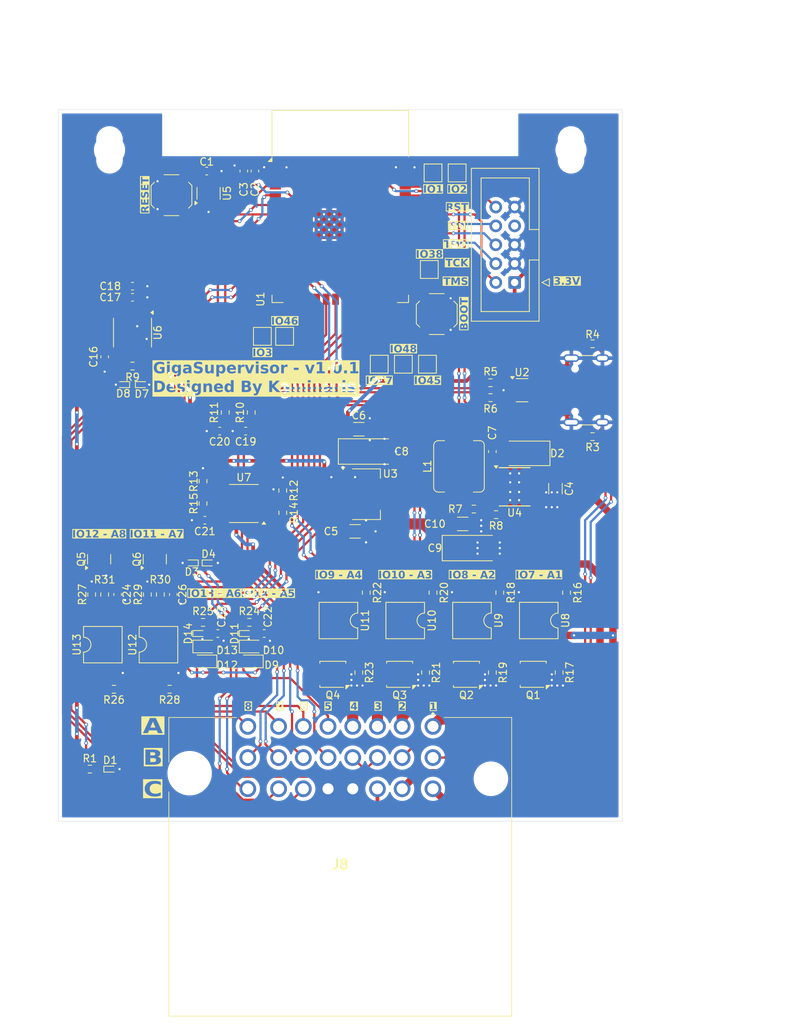
<source format=kicad_pcb>
(kicad_pcb (version 20240108) (generator "pcbnew") (generator_version "8.0")
  (title_block (date "2024-05-03"))
  (layers (0 "F.Cu" signal) (31 "B.Cu" signal) (34 "B.Paste" user) (35 "F.Paste" user) (36 "B.SilkS" user "B.Silkscreen") (37 "F.SilkS" user "F.Silkscreen") (38 "B.Mask" user) (39 "F.Mask" user) (44 "Edge.Cuts" user))
  (net 0 "")
  (net 1 "+3.3V")
  (net 2 "GND")
  (net 3 "ESP32-EN")
  (net 4 "+12V")
  (net 5 "+5V")
  (net 6 "USBD+")
  (net 7 "USBD-")
  (net 8 "DS18B20")
  (net 9 "Net-(U4-VSENSE)")
  (net 10 "ESP32-IO0")
  (net 11 "Net-(U7A-+)")
  (net 12 "Net-(U7B-+)")
  (net 13 "ANT-TX")
  (net 14 "UART0-TX")
  (net 15 "DIGITAL-1")
  (net 16 "DIGITAL-2")
  (net 17 "ANT-RX")
  (net 19 "DIGITAL-3")
  (net 20 "DIGITAL-4")
  (net 21 "Net-(D2-K)")
  (net 22 "D-IN-1")
  (net 23 "D-IN-2")
  (net 24 "D-IN-3")
  (net 26 "D-IN-4")
  (net 27 "TDI")
  (net 28 "TCK")
  (net 30 "TDO")
  (net 31 "TMS")
  (net 32 "UART0-RX")
  (net 33 "Net-(J3-D+-PadA6)")
  (net 34 "CAN-RX")
  (net 35 "CAN-TX")
  (net 37 "Net-(U2-VBUS)")
  (net 38 "Net-(J3-D--PadA7)")
  (net 43 "Net-(U4-BOOT)")
  (net 44 "Net-(J3-CC1)")
  (net 45 "Net-(J3-CC2)")
  (net 47 "SW-LOAD-3")
  (net 48 "Net-(Q1-G)")
  (net 49 "Net-(Q2-G)")
  (net 50 "AO1")
  (net 51 "SW-LOAD-2")
  (net 52 "AO2")
  (net 53 "Net-(Q3-G)")
  (net 54 "Net-(Q4-G)")
  (net 55 "SW-LOAD-1")
  (net 56 "SW-LOAD-4")
  (net 57 "Net-(R5-Pad1)")
  (net 58 "Net-(R6-Pad1)")
  (net 59 "PWM1")
  (net 60 "PWM2")
  (net 61 "Net-(U7A--)")
  (net 62 "Net-(U7B--)")
  (net 63 "Net-(R22-Pad2)")
  (net 64 "Net-(R16-Pad2)")
  (net 65 "SW1")
  (net 66 "Net-(R18-Pad2)")
  (net 67 "SW2")
  (net 68 "SW3")
  (net 69 "Net-(R20-Pad2)")
  (net 70 "SW4")
  (net 71 "Net-(U1-IO1)")
  (net 72 "Net-(U1-IO2)")
  (net 73 "Net-(U1-IO3)")
  (net 74 "Net-(U1-IO38)")
  (net 75 "Net-(U1-IO45)")
  (net 76 "Net-(U1-IO46)")
  (net 77 "Net-(U1-IO47)")
  (net 78 "Net-(U1-IO48)")
  (net 79 "CAN+")
  (net 80 "CAN-")
  (net 81 "Net-(R26-Pad2)")
  (net 82 "Net-(R28-Pad2)")
  (net 83 "Net-(U5-~{MR})")
  (net 84 "WDI")
  (net 85 "DIGITAL-4-CLAMP")
  (net 86 "DIGITAL-3-CLAMP")
  (net 87 "Net-(R27-Pad2)")
  (net 88 "Net-(R29-Pad2)")
  (footprint "Capacitor_Tantalum_SMD:CP_EIA-6032-28_Kemet-C" (layer "F.Cu") (at 139.5 93)
    (property "Reference" "C8")
    (property "Value" "100uF 10V Tant")
  )
  (footprint "Resistor_SMD:R_0603_1608Metric" (layer "F.Cu") (at 166.5 112 -90)
    (property "Reference" "R16")
    (property "Value" "390")
  )
  (footprint "Capacitor_SMD:C_0603_1608Metric" (layer "F.Cu") (at 118 55.25 180)
    (property "Reference" "C1")
    (property "Value" "100n")
  )
  (footprint "Package_DIP:SMDIP-4_W7.62mm" (layer "F.Cu") (at 104 119 90)
    (property "Reference" "U13")
    (property "Value" "PC817B")
  )
  (footprint "Capacitor_Tantalum_SMD:CP_EIA-6032-28_Kemet-C" (layer "F.Cu") (at 153.5 106)
    (property "Reference" "C9")
    (property "Value" "100uF 10V Tant")
  )
  (footprint "SupervisorLibrary:HCCPHPE24BKA90F" (layer "F.Cu") (at 136 148.6)
    (property "Reference" "J8")
    (property "Value" "HCCPHPE24BKA90F" (hide yes))
  )
  (footprint "MountingHole:MountingHole_3.2mm_M3" (layer "F.Cu") (at 104.9 52.4)
    (property "Reference" "H1" (hide yes))
    (property "Value" "MountingHole")
  )
  (footprint "Diode_SMD:D_SOD-923" (layer "F.Cu") (at 109.25 84)
    (property "Reference" "D7")
    (property "Value" "ESD9B3.3ST5G")
  )
  (footprint "Package_TO_SOT_SMD:SOT-23" (layer "F.Cu") (at 103.5 107.5 90)
    (property "Reference" "Q5")
    (property "Value" "AO3400A")
  )
  (footprint "Resistor_SMD:R_0603_1608Metric" (layer "F.Cu") (at 156.5 122.75 -90)
    (property "Reference" "R19")
    (property "Value" "10k")
  )
  (footprint "Capacitor_SMD:C_0603_1608Metric" (layer "F.Cu") (at 108 70.75)
    (property "Reference" "C18")
    (property "Value" "2.2u")
  )
  (footprint "Diode_SMD:D_SOD-923" (layer "F.Cu") (at 118.25 108)
    (property "Reference" "D4")
    (property "Value" "ESD9B3.3ST5G")
  )
  (footprint "Capacitor_SMD:C_0603_1608Metric" (layer "F.Cu") (at 123 55.25 90)
    (property "Reference" "C3")
    (property "Value" "100n")
  )
  (footprint "Resistor_SMD:R_0603_1608Metric" (layer "F.Cu") (at 156.25 83.75 180)
    (property "Reference" "R5")
    (property "Value" "22")
  )
  (footprint "Resistor_SMD:R_0603_1608Metric" (layer "F.Cu") (at 128.25 101.25 -90)
    (property "Reference" "R14")
    (property "Value" "2.7k")
  )
  (footprint "Resistor_SMD:R_0603_1608Metric" (layer "F.Cu") (at 117.5 116)
    (property "Reference" "R25")
    (property "Value" "1k")
  )
  (footprint "Resistor_SMD:R_0603_1608Metric" (layer "F.Cu") (at 120.5 87.75 -90)
    (property "Reference" "R11")
    (property "Value" "4.7k")
  )
  (footprint "Package_DIP:SMDIP-4_W7.62mm" (layer "F.Cu") (at 144.75 115.75 -90)
    (property "Reference" "U10")
    (property "Value" "PC817B")
  )
  (footprint "Capacitor_SMD:C_1206_3216Metric" (layer "F.Cu") (at 138.5 90)
    (property "Reference" "C6")
    (property "Value" "22u 25V")
  )
  (footprint "Capacitor_SMD:C_1206_3216Metric" (layer "F.Cu") (at 138 103.75)
    (property "Reference" "C5")
    (property "Value" "22u 25V")
  )
  (footprint "Package_DIP:SMDIP-4_W7.62mm" (layer "F.Cu") (at 135.75 115.75 -90)
    (property "Reference" "U11")
    (property "Value" "PC817B")
  )
  (footprint "Resistor_SMD:R_0603_1608Metric" (layer "F.Cu") (at 157.5 112 -90)
    (property "Reference" "R18")
    (property "Value" "390")
  )
  (footprint "Resistor_SMD:R_0603_1608Metric" (layer "F.Cu") (at 157 101.5)
    (property "Reference" "R8")
    (property "Value" "3.3k")
  )
  (footprint "Button_Switch_SMD:SW_Push_1P1T_XKB_TS-1187A" (layer "F.Cu") (at 113.25 58.5 90)
    (property "Reference" "SW2" (hide yes))
    (property "Value" "RESET")
  )
  (footprint "Resistor_SMD:R_0603_1608Metric" (layer "F.Cu") (at 111.75 112.25 90)
    (property "Reference" "R30")
    (property "Value" "4.7k")
  )
  (footprint "Package_SO:TI_SO-PowerPAD-8_ThermalVias" (layer "F.Cu") (at 159.5 97.75)
    (property "Reference" "U4")
    (property "Value" "TPS5430DDAR")
  )
  (footprint "Diode_SMD:D_SOD-923" (layer "F.Cu") (at 123.25 117.5)
    (property "Reference" "D11")
    (property "Value" "ESD9B3.3ST5G" (hide yes))
  )
  (footprint "Resistor_SMD:R_0603_1608Metric" (layer "F.Cu") (at 102.5 112.25 -90)
    (property "Reference" "R27")
    (property "Value" "4.7k")
  )
  (footprint "Package_DIP:SMDIP-4_W7.62mm" (layer "F.Cu") (at 153.75 115.75 -90)
    (property "Reference" "U9")
    (property "Value" "PC817B")
  )
  (footprint "Resistor_SMD:R_0603_1608Metric" (layer "F.Cu") (at 139.5 112 -90)
    (property "Reference" "R22")
    (property "Value" "390")
  )
  (footprint "Capacitor_SMD:C_1206_3216Metric" (layer "F.Cu") (at 165 98 -90)
    (property "Reference" "C4")
    (property "Value" "22u 25V")
  )
  (footprint "Resistor_SMD:R_0603_1608Metric" (layer "F.Cu") (at 104.25 112.25 90)
    (property "Reference" "R31")
    (property "Value" "4.7k")
  )
  (footprint "TestPoint:TestPoint_Pad_2.0x2.0mm" (layer "F.Cu") (at 141.25 81.25)
    (property "Reference" "TP8" (hide yes))
    (property "Value" "IO47")
  )
  (footprint "Resistor_SMD:R_0603_1608Metric" (layer "F.Cu") (at 156.25 85.75 180)
    (property "Reference" "R6")
    (property "Value" "22")
  )
  (footprint "MountingHole:MountingHole_3.2mm_M3" (layer "F.Cu") (at 167.1 52.4)
    (property "Reference" "H2" (hide yes))
    (property "Value" "MountingHole")
  )
  (footprint "Diode_SMD:D_SOD-923" (layer "F.Cu") (at 105 135.75)
    (property "Reference" "D1")
    (property "Value" "ESD9B3.3ST5G")
  )
  (footprint "Package_SON:VSON-8_3.3x3.3mm_P0.65mm_NexFET" (layer "F.Cu") (at 144 123 180)
    (property "Reference" "Q3")
    (property "Value" "AON7418")
  )
  (footprint "Package_SO:SOIC-8_3.9x4.9mm_P1.27mm" (layer "F.Cu") (at 123 100 180)
    (property "Reference" "U7")
    (property "Value" "TLV2372")
  )
  (footprint "Package_SON:VSON-8_3.3x3.3mm_P0.65mm_NexFET" (layer "F.Cu") (at 153 123 180)
    (property "Reference" "Q2")
    (property "Value" "AON7418")
  )
  (footprint "Capacitor_SMD:C_0603_1608Metric" (layer "F.Cu") (at 123.25 90.25 180)
    (property "Reference" "C19")
    (property "Value" "10u")
  )
  (footprint "Package_TO_SOT_SMD:SOT-223-3_TabPin2" (layer "F.Cu") (at 139.5 98.75)
    (property "Reference" "U3")
    (property "Value" "AMS1117-3.3")
  )
  (footprint "Capacitor_SMD:C_0603_1608Metric" (layer "F.Cu") (at 119.75 90.25 180)
    (property "Reference" "C20")
    (property "Value" "10u")
  )
  (footprint "Button_Switch_SMD:SW_Push_1P1T_XKB_TS-1187A" (layer "F.Cu") (at 149 74.5 90)
    (property "Reference" "SW1" (hide yes))
    (property "Value" "BOOT")
  )
  (footprint "Resistor_SMD:R_0603_1608Metric" (layer "F.Cu") (at 108 81.5)
    (property "Reference" "R9")
    (property "Value" "120")
  )
  (footprint "Package_SO:SOIC-8_3.9x4.9mm_P1.27mm" (layer "F.Cu") (at 108 77 -90)
    (property "Reference" "U6")
    (property "Value" "TJA1050T/CM,118")
  )
  (footprint "Resistor_SMD:R_0603_1608Metric" (layer "F.Cu") (at 124 87.75 -90)
    (property "Reference" "R10")
    (property "Value" "4.7k")
  )
  (footprint "Package_TO_SOT_SMD:SOT-23" (layer "F.Cu") (at 111 107.5 90)
    (property "Reference" "Q6")
    (property "Value" "AO3400A")
  )
  (footprint "Diode_SMD:D_SOD-923" (layer "F.Cu") (at 106.75 84 180)
    (property "Reference" "D8")
    (property "Value" "ESD9B3.3ST5G")
  )
  (footprint "TestPoint:TestPoint_Pad_2.0x2.0mm" (layer "F.Cu") (at 148 68.5)
    (property "Reference" "TP5" (hide yes))
    (property "Value" "IO38")
  )
  (footprint "TestPoint:TestPoint_Pad_2.0x2.0mm" (layer "F.Cu") (at 147.75 81.25)
    (property "Reference" "TP6" (hide yes))
    (property "Value" "VDD_SPI" (hide yes))
  )
  (footprint "Resistor_SMD:R_0603_1608Metric" (layer "F.Cu") (at 170 91 180)
    (property "Reference" "R3")
    (property "Value" "5.1k")
  )
  (footprint "Capacitor_SMD:C_0603_1608Metric" (layer "F.Cu") (at 156.5 93 -90)
    (property "Reference" "C7")
    (property "Value" "10n")
  )
  (footprint "Diode_SMD:D_SOD-923" (layer "F.Cu") (at 116 108 180)
    (property "Reference" "D3")
    (property "Value" "ESD9B3.3ST5G")
  )
  (footprint "Capacitor_SMD:C_0603_1608Metric" (layer "F.Cu") (at 106 112.25 -90)
    (property "Reference" "C24")
    (property "Value" "1u")
  )
  (footprint "Diode_SMD:D_SOD-323" (layer "F.Cu") (at 124 121.25 180)
    (property "Reference" "D9")
    (property "Value" "1N5819WS")
  )
  (footprint "Package_DIP:SMDIP-4_W7.62mm" (layer "F.Cu") (at 111.5 119 90)
    (property "Reference" "U12")
    (property "Value" "PC817B")
  )
  (footprint "Capacitor_SMD:C_0603_1608Metric" (layer "F.Cu") (at 124.5 55.25 90)
    (property "Reference" "C2")
    (property "Value" "10u")
  )
  (footprint "Capacitor_SMD:C_0603_1608Metric" (layer "F.Cu") (at 125.75 117.5)
    (property "Reference" "C22")
    (property "Value" "100n")
  )
  (footprint "Resistor_SMD:R_0603_1608Metric" (layer "F.Cu") (at 117.5 100 -90)
    (property "Reference" "R15")
    (property "Value" "2.7k")
  )
  (footprint "Package_TO_SOT_SMD:SOT-23-6" (layer "F.Cu") (at 160.5 84.75)
    (property "Reference" "U2")
    (property "Value" "USBLC6-2SC6")
  )
  (footprint "Capacitor_SMD:C_1206_3216Metric" (layer "F.Cu") (at 152.5 102.75)
    (property "Reference" "C10")
    (property "Value" "22u 25V")
  )
  (footprint "Diode_SMD:D_SOD-323" (layer "F.Cu") (at 117.75 119.25)
    (property "Reference" "D13")
    (property "Value" "1N5819WS")
  )
  (footprint "Package_TO_SOT_SMD:SOT-23-5" (layer "F.Cu") (at 118.25 58.25 90)
    (property "Reference" "U5")
    (property "Value" "TPS3823")
  )
  (footprint "Capacitor_SMD:C_0603_1608Metric" (layer "F.Cu") (at 113.5 112.25 -90)
    (property "Reference" "C26")
    (property "Value" "1u")
  )
  (footprint "Diode_SMD:D_SOD-923" (layer "F.Cu") (at 117 117.5)
    (property "Reference" "D14")
    (property "Value" "ESD9B3.3ST5G" (hide yes))
  )
  (footprint "TestPoint:TestPoint_Pad_2.0x2.0mm" (layer "F.Cu") (at 128.5 77.5)
    (property "Reference" "TP7" (hide yes))
    (property "Value" "ROM" (hide yes))
  )
  (footprint "RF_Module:ESP32-S3-WROOM-1" (layer "F.Cu") (at 136 60)
    (property "Reference" "U1")
    (property "Value" "ESP32-S3-WROOM-1")
  )
  (footprint "Resistor_SMD:R_0603_1608Metric" (layer "F.Cu") (at 138.5 122.75 -90)
    (property "Reference" "R23")
    (property "Value" "10k")
  )
  (footprint "Diode_SMD:D_SOD-323" (layer "F.Cu") (at 117.75 121.25 180)
    (property "Reference" "D12")
    (property "Value" "1N5819WS")
  )
  (footprint "Resistor_SMD:R_0603_1608Metric" (layer "F.Cu") (at 148.5 112 -90)
    (property "Reference" "R20")
    (property "Value" "390")
  )
  (footprint "Resistor_SMD:R_0603_1608Metric" (layer "F.Cu") (at 110 112.25 -90)
    (property "Reference" "R29")
    (property "Value" "4.7k")
  )
  (footprint "Resistor_SMD:R_0603_1608Metric" (layer "F.Cu") (at 105.5 125 180)
    (property "Reference" "R26")
    (property "Value" "4.7k")
  )
  (footprint "Resistor_SMD:R_0603_1608Metric" (layer "F.Cu") (at 102.25 135.75)
    (property "Reference" "R1")
    (property "Value" "4.7k")
  )
  (footprint "TestPoint:TestPoint_Pad_2.0x2.0mm" (layer "F.Cu") (at 148.5 55.5)
    (property "Reference" "TP1" (hide yes))
    (property "Value" "IO1")
  )
  (footprint "Resistor_SMD:R_0603_1608Metric" (layer "F.Cu") (at 123.75 116)
    (property "Reference" "R24")
    (property "Value" "1k")
  )
  (footprint "TestPoint:TestPoint_Pad_2.0x2.0mm" (layer "F.Cu") (at 151.75 55.5)
    (property "Reference" "TP2" (hide yes))
    (property "Value" "IO2")
  )
  (footprint "Diode_SMD:D_SOD-323" (layer "F.Cu") (at 124 119.25)
    (property "Reference" "D10")
    (property "Value" "1N5819WS")
  )
  (footprint "Capacitor_SMD:C_0603_1608Metric" (layer "F.Cu") (at 104.25 80.25 -90)
    (property "Reference" "C16")
    (property "Value" "100n")
  )
  (footprint "Inductor_SMD:L_Bourns_SRP7028A_7.3x6.6mm" (layer "F.Cu") (at 152 95 -90)
    (property "Reference" "L1")
    (property "Value" "15uH")
  )
  (footprint "Package_SON:VSON-8_3.3x3.3mm_P0.65mm_NexFET" (layer "F.Cu") (at 162 123 180)
    (property "Reference" "Q1")
    (property "Value" "AON7418")
  )
  (footprint "Package_DIP:SMDIP-4_W7.62mm" (layer "F.Cu") (at 162.75 115.75 -90)
    (property "Reference" "U8")
    (property "Value" "PC817B")
  )
  (footprint "Resistor_SMD:R_0603_1608Metric" (layer "F.Cu") (at 170 78.5 180)
    (property "Reference" "R4")
    (property "Value" "5.1k")
  )
  (footprint "TestPoint:TestPoint_Pad_2.0x2.0mm" (layer "F.Cu") (at 125.5 77.5)
    (property "Reference" "TP3" (hide yes))
    (property "Value" "eFuse" (hide yes))
  )
  (footprint "Package_SON:VSON-8_3.3x3.3mm_P0.65mm_NexFET" (layer "F.Cu") (at 135 123 180)
    (property "Reference" "Q4")
    (property "Value" "AON7418")
  )
  (footprint "Resistor_SMD:R_0603_1608Metric" (layer "F.Cu") (at 113 125 180)
    (property "Reference" "R28")
    (property "Value" "4.7k")
  )
  (footprint "Connector_IDC:IDC-Header_2x05_P2.54mm_Vertical" (layer "F.Cu") (at 159.5 70.25 180)
    (property "Reference" "J1" (hide yes))
    (property "Value" "Conn_ARM_JTAG_SWD_10" (hide yes))
  )
  (footprint "Capacitor_SMD:C_0603_1608Metric" (layer "F.Cu") (at 119.5 117.5)
    (property "Reference" "C23")
    (property "Value" "100n")
  )
  (footprint "Capacitor_SMD:C_0603_1608Metric" (layer "F.Cu") (at 117.75 102.25 180)
    (property "Reference" "C21")
    (property "Value" "100n")
  )
  (footprint "Diode_SMD:D_SMA" (layer "F.Cu") (at 160.75 93.25 180)
    (property "Reference" "D2")
    (property "Value" "SS34")
  )
  (footprint "Resistor_SMD:R_0603_1608Metric" (layer "F.Cu") (at 117.5 97 -90)
    (property "Reference" "R13")
    (property "Value" "1k")
  )
  (footprint "Resistor_SMD:R_0603_1608Metric" (layer "F.Cu") (at 128.25 98.25 -90)
    (property "Reference" "R12")
    (property "Value" "1k")
  )
  (footprint "Resistor_SMD:R_0603_1608Metric" (layer "F.Cu") (at 154 100.75 180)
    (property "Reference" "R7")
    (property "Value" "10k")
  )
  (footprint "Resistor_SMD:R_0603_1608Metric" (layer "F.Cu") (at 165.5 122.75 -90)
    (property "Reference" "R17")
    (property "Value" "10k")
  )
  (footprint "Capacitor_SMD:C_0603_1608Metric" (layer "F.Cu") (at 108 72.25)
    (property "Reference" "C17")
    (property "Value" "100n")
  )
  (footprint "TestPoint:TestPoint_Pad_2.0x2.0mm" (layer "F.Cu") (at 144.5 81.25)
    (property "Reference" "TP9" (hide yes))
    (property "Value" "IO48")
  )
  (footprint "Resistor_SMD:R_0603_1608Metric" (layer "F.Cu") (at 147.5 122.75 -90)
    (property "Reference" "R21")
    (property "Value" "10k")
  )
  (footprint "Connector_USB:USB_C_Receptacle_GCT_USB4105-xx-A_16P_TopMnt_Horizontal" (layer "F.Cu") (at 170.25 84.75 90)
    (property "Reference" "J3" (hide yes))
    (property "Value" "USBC Socket")
  )
  (gr_rect (start 98 47) (end 174 142.75) (stroke (width 0.05)) (fill none) (layer "Edge.Cuts"))
  (gr_text "IO10 - A3\n" (at 144.75 110.25 0) (layer "F.SilkS" knockout) (effects (font (size 1 1) (thickness 0.2) (bold yes)) (justify bottom)))
  (gr_text "8" (at 123.6 127.95 0) (layer "F.SilkS" knockout) (effects (font (size 1 1) (thickness 0.2) (bold yes)) (justify bottom)))
  (gr_text "TMS" (at 153.25 70.75 0) (layer "F.SilkS" knockout) (effects (font (size 1 1) (thickness 0.2) (bold yes)) (justify right bottom)))
  (gr_text "TDI" (at 153.25 63.25 0) (layer "F.SilkS" knockout) (effects (font (size 1 1) (thickness 0.2) (bold yes)) (justify right bottom)))
  (gr_text "1" (at 148.5 128 0) (layer "F.SilkS" knockout) (effects (font (size 1 1) (thickness 0.2) (bold yes)) (justify bottom)))
  (gr_text "IO11 - A7\n" (at 111.25 104.75 0) (layer "F.SilkS" knockout) (effects (font (size 1 1) (thickness 0.2) (bold yes)) (justify bottom)))
  (gr_text "6" (at 131.1 127.95 0) (layer "F.SilkS" knockout) (effects (font (size 1 1) (thickness 0.2) (bold yes)) (justify bottom)))
  (gr_text "IO12 - A8\n" (at 103.5 104.75 0) (layer "F.SilkS" knockout) (effects (font (size 1 1) (thickness 0.2) (bold yes)) (justify bottom)))
  (gr_text "A" (at 110.75 131.25 0) (layer "F.SilkS" knockout) (effects (font (size 2 2.5) (thickness 0.2) (bold yes)) (justify bottom)))
  (gr_text "RST" (at 153.25 60.75 0) (layer "F.SilkS" knockout) (effects (font (size 1 1) (thickness 0.2) (bold yes)) (justify right bottom)))
  (gr_text "3.3V" (at 164.757581 70.722946 0) (layer "F.SilkS" knockout) (effects (font (size 1 1) (thickness 0.2) (bold yes)) (justify left bottom)))
  (gr_text "IO8 - A2\n" (at 153.75 110.25 0) (layer "F.SilkS" knockout) (effects (font (size 1 1) (thickness 0.2) (bold yes)) (justify bottom)))
  (gr_text "GigaSupervisor - v1.0.1\nDesigned By Kaminaris" (at 110.75 85.25 0) (layer "F.SilkS" knockout) (effects (font (size 1.5 1.5) (thickness 0.3) (bold yes)) (justify left bottom)))
  (gr_text "IO14 - A5\n" (at 126.25 112.75 0) (layer "F.SilkS" knockout) (effects (font (size 1 1) (thickness 0.2) (bold yes)) (justify bottom)))
  (gr_text "4" (at 137.85 127.95 0) (layer "F.SilkS" knockout) (effects (font (size 1 1) (thickness 0.2) (bold yes)) (justify bottom)))
  (gr_text "IO9 - A4\n" (at 135.75 110.25 0) (layer "F.SilkS" knockout) (effects (font (size 1 1) (thickness 0.2) (bold yes)) (justify bottom)))
  (gr_text "TDO" (at 153.25 65.75 0) (layer "F.SilkS" knockout) (effects (font (size 1 1) (thickness 0.2) (bold yes)) (justify right bottom)))
  (gr_text "B" (at 110.75 135.5 0) (layer "F.SilkS" knockout) (effects (font (size 2 2.5) (thickness 0.2) (bold yes)) (justify bottom)))
  (gr_text "TCK" (at 153.25 68.25 0) (layer "F.SilkS" knockout) (effects (font (size 1 1) (thickness 0.2) (bold yes)) (justify right bottom)))
  (gr_text "7" (at 127.85 127.95 0) (layer "F.SilkS" knockout) (effects (font (size 1 1) (thickness 0.2) (bold yes)) (justify bottom)))
  (gr_text "2" (at 144.35 127.95 0) (layer "F.SilkS" knockout) (effects (font (size 1 1) (thickness 0.2) (bold yes)) (justify bottom)))
  (gr_text "IO7 - A1\n" (at 162.75 110.25 0) (layer "F.SilkS" knockout) (effects (font (size 1 1) (thickness 0.2) (bold yes)) (justify bottom)))
  (gr_text "5" (at 134.35 127.95 0) (layer "F.SilkS" knockout) (effects (font (size 1 1) (thickness 0.2) (bold yes)) (justify bottom)))
  (gr_text "IO13 - A6\n" (at 119 112.75 0) (layer "F.SilkS" knockout) (effects (font (size 1 1) (thickness 0.2) (bold yes)) (justify bottom)))
  (gr_text "3" (at 141.1 127.95 0) (layer "F.SilkS" knockout) (effects (font (size 1 1) (thickness 0.2) (bold yes)) (justify bottom)))
  (gr_text "C" (at 110.75 139.75 0) (layer "F.SilkS" knockout) (effects (font (size 2 2.5) (thickness 0.2) (bold yes)) (justify bottom)))
  (segment (start 100.5 139.5) (end 102.5 141.5) (width 0.5) (layer "F.Cu") (net 1))
  (segment (start 137.0375 93) (end 137.0375 90.0125) (width 1) (layer "F.Cu") (net 1))
  (segment (start 100.5 127.5) (end 100.5 115.25) (width 0.5) (layer "F.Cu") (net 1))
  (segment (start 111.75 66) (end 113.5 64.25) (width 0.5) (layer "F.Cu") (net 1))
  (segment (start 117.300001 57.1125) (end 117.300001 55.325001) (width 0.5) (layer "F.Cu") (net 1))
  (segment (start 118.8 122.2) (end 118.25 122.75) (width 0.3) (layer "F.Cu") (net 1))
  (segment (start 110.23 116.48) (end 110.23 115.19) (width 0.3) (layer "F.Cu") (net 1))
  (segment (start 138.75 93) (end 137.0375 93) (width 1.5) (layer "F.Cu") (net 1))
  (segment (start 114.5 54.25) (end 117.5 54.25) (width 0.5) (layer "F.Cu") (net 1))
  (segment (start 139.99 56.01) (end 142.25 53.75) (width 0.5) (layer "F.Cu") (net 1))
  (segment (start 120.25 54.25) (end 117.5 54.25) (width 0.5) (layer "F.Cu") (net 1))
  (segment (start 127.25 56.01) (end 139.99 56.01) (width 0.5) (layer "F.Cu") (net 1))
  (segment (start 139.5 98.75) (end 142.65 98.75) (width 1.5) (layer "F.Cu") (net 1))
  (segment (start 162 58.5) (end 162 67.75) (width 0.5) (layer "F.Cu") (net 1))
  (segment (start 136.35 98.75) (end 139.5 98.75) (width 1.5) (layer "F.Cu") (net 1))
  (segment (start 137.25 87.5) (end 137.025 87.725) (width 0.5) (layer "F.Cu") (net 1))
  (segment (start 123 56.025) (end 124.5 56.025) (width 0.5) (layer "F.Cu") (net 1))
  (segment (start 117.225 54.525) (end 117.225 55.25) (width 0.5) (layer "F.Cu") (net 1))
  (segment (start 110 114.96) (end 110.23 115.19) (width 0.3) (layer "F.Cu") (net 1))
  (segment (start 102.5 114.96) (end 102.73 115.19) (width 0.3) (layer "F.Cu") (net 1))
  (segment (start 113.5 64.25) (end 113.5 55.25) (width 0.5) (layer "F.Cu") (net 1))
  (segment (start 141.25 83.5) (end 153 83.5) (width 0.5) (layer "F.Cu") (net 1))
  (segment (start 104.25 79.475) (end 104.25 69) (width 0.5) (layer "F.Cu") (net 1))
  (segment (start 139.5 93.75) (end 138.75 93) (width 1.5) (layer "F.Cu") (net 1))
  (segment (start 103.75 117.5) (end 111.5 117.5) (width 0.3) (layer "F.Cu") (net 1))
  (segment (start 102.73 115.19) (end 100.56 115.19) (width 0.3) (layer "F.Cu") (net 1))
  (segment (start 100.5 131) (end 100.5 135.75) (width 0.5) (layer "F.Cu") (net 1))
  (segment (start 101.425 135.75) (end 100.5 135.75) (width 0.3) (layer "F.Cu") (net 1))
  (segment (start 157.25 53.75) (end 162 58.5) (width 0.5) (layer "F.Cu") (net 1))
  (segment (start 102.73 116.48) (end 103.75 117.5) (width 0.3) (layer "F.Cu") (net 1))
  (segment (start 118.8 121.25) (end 118.8 122.2) (width 0.3) (layer "F.Cu") (net 1))
  (segment (start 102.5 141.5) (end 140 141.5) (width 0.5) (layer "F.Cu") (net 1))
  (segment (start 120.25 122.75) (end 118.25 122.75) (width 0.3) (layer "F.Cu") (net 1))
  (segment (start 123 56.025) (end 122.025 56.025) (width 0.5) (layer "F.Cu") (net 1))
  (segment (start 140 141.5) (end 141.01 140.49) (width 0.5) (layer "F.Cu") (net 1))
  (segment (start 111.25 117.5) (end 110.23 116.48) (width 0.3) (layer "F.Cu") (net 1))
  (segment (start 137.0375 90.0125) (end 137.025 90) (width 1) (layer "F.Cu") (net 1))
  (segment (start 100.56 115.19) (end 100.5 115.25) (width 0.3) (layer "F.Cu") (net 1))
  (segment (start 118.25 122.75) (end 117.5 122.75) (width 0.3) (layer "F.Cu") (net 1))
  (segment (start 102.73 115.19) (end 102.73 116.48) (width 0.3) (layer "F.Cu") (net 1))
  (segment (start 153 83.5) (end 159.5 77) (width 0.5) (layer "F.Cu") (net 1))
  (segment (start 100.5 135.75) (end 100.5 139.5) (width 0.5) (layer "F.Cu") (net 1))
  (segment (start 124.5 122.75) (end 125.05 122.2) (width 0.3) (layer "F.Cu") (net 1))
  (segment (start 137.025 87.725) (end 137.025 90) (width 0.5) (layer "F.Cu") (net 1))
  (segment (start 115.5 118.25) (end 114.75 117.5) (width 0.3) (layer "F.Cu") (net 1))
  (segment (start 107.25 66) (end 111.75 66) (width 0.5) (layer "F.Cu") (net 1))
  (segment (start 117.5 54.25) (end 117.225 54.525) (width 0.5) (layer "F.Cu") (net 1))
  (segment (start 162 67.75) (end 159.5 70.25) (width 0.5) (layer "F.Cu") (net 1))
  (segment (start 104.25 69) (end 107.25 66) (width 0.5) (layer "F.Cu") (net 1))
  (segment (start 159.5 77) (end 159.5 70.25) (width 0.5) (layer "F.Cu") (net 1))
  (segment (start 142.25 53.75) (end 157.25 53.75) (width 0.5) (layer "F.Cu") (net 1))
  (segment (start 100.5 115.25) (end 100.5 111.25) (width 0.5) (layer "F.Cu") (net 1))
  (segment (start 111.5 117.5) (end 111.25 117.5) (width 0.3) (layer "F.Cu") (net 1))
  (segment (start 141.01 140.49) (end 141.01 138.4) (width 0.5) (layer "F.Cu") (net 1))
  (segment (start 116 122.75) (end 115.5 122.25) (width 0.3) (layer "F.Cu") (net 1))
  (segment (start 100.5 81.75) (end 102.775 79.475) (width 0.5) (layer "F.Cu") (net 1))
  (segment (start 124.515 56.01) (end 124.5 56.025) (width 0.5) (layer "F.Cu") (net 1))
  (segment (start 100.5 87.75) (end 100.5 81.75) (width 0.5) (layer "F.Cu") (net 1))
  (segment (start 113.5 55.25) (end 114.5 54.25) (width 0.5) (layer "F.Cu") (net 1))
  (segment (start 117.300001 55.325001) (end 117.225 55.25) (width 0.5) (layer "F.Cu") (net 1))
  (segment (start 125.05 122.2) (end 125.05 121.25) (width 0.3) (layer "F.Cu") (net 1))
  (segment (start 106.095 79.475) (end 104.25 79.475) (width 0.5) (layer "F.Cu") (net 1))
  (segment (start 139.5 98.75) (end 139.5 93.75) (width 1.5) (layer "F.Cu") (net 1))
  (segment (start 122.025 56.025) (end 120.25 54.25) (width 0.5) (layer "F.Cu") (net 1))
  (segment (start 102.775 79.475) (end 104.25 79.475) (width 0.5) (layer "F.Cu") (net 1))
  (segment (start 100.5 92) (end 100.5 111.25) (width 0.5) (layer "F.Cu") (net 1))
  (segment (start 115.5 122.25) (end 115.5 118.25) (width 0.3) (layer "F.Cu") (net 1))
  (segment (start 114.75 117.5) (end 111.5 117.5) (width 0.3) (layer "F.Cu") (net 1))
  (segment (start 127.25 56.01) (end 124.515 56.01) (width 0.5) (layer "F.Cu") (net 1))
  (via (at 124.5 122.75) (size 0.5) (drill 0.3) (layers "F.Cu" "B.Cu") (net 1))
  (via (at 120.25 122.75) (size 0.5) (drill 0.3) (layers "F.Cu" "B.Cu") (net 1))
  (via (at 100.5 127.5) (size 0.5) (drill 0.3) (layers "F.Cu" "B.Cu") (net 1))
  (via (at 100.5 87.75) (size 0.5) (drill 0.3) (layers "F.Cu" "B.Cu") (net 1))
  (via (at 141.25 83.5) (size 0.5) (drill 0.3) (layers "F.Cu" "B.Cu") (net 1))
  (via (at 116 122.75) (size 0.5) (drill 0.3) (layers "F.Cu" "B.Cu") (net 1))
  (via (at 137.25 87.5) (size 0.5) (drill 0.3) (layers "F.Cu" "B.Cu") (net 1))
  (via (at 100.5 92) (size 0.5) (drill 0.3) (layers "F.Cu" "B.Cu") (net 1))
  (via (at 117.5 122.75) (size 0.5) (drill 0.3) (layers "F.Cu" "B.Cu") (net 1))
  (via (at 100.5 131) (size 0.5) (drill 0.3) (layers "F.Cu" "B.Cu") (net 1))
  (segment (start 100.5 92) (end 100.5 87.75) (width 0.5) (layer "B.Cu") (net 1))
  (segment (start 100.5 131) (end 100.5 127.5) (width 0.5) (layer "B.Cu") (net 1))
  (segment (start 117.5 122.75) (end 116 122.75) (width 0.3) (layer "B.Cu") (net 1))
  (segment (start 124.5 122.75) (end 120.25 122.75) (width 0.3) (layer "B.Cu") (net 1))
  (segment (start 141.25 83.5) (end 137.25 87.5) (width 0.5) (layer "B.Cu") (net 1))
  (segment (start 127 98.095) (end 125.475 98.095) (width 0.5) (layer "F.Cu") (net 2))
  (segment (start 160.06 111.94) (end 161.48 111.94) (width 0.5) (layer "F.Cu") (net 2))
  (segment (start 134.8 96.45) (end 136.35 96.45) (width 1) (layer "F.Cu") (net 2))
  (segment (start 113.5 113.075) (end 114.075 113.075) (width 0.3) (layer "F.Cu") (net 2))
  (segment (start 141.9625 93) (end 143.5 93) (width 1) (layer "F.Cu") (net 2))
  (segment (start 166.57 81.005) (end 167.145 80.43) (width 0.5) (layer "F.Cu") (net 2))
  (segment (start 109.905 77.845) (end 109.905 79.475) (width 0.5) (layer "F.Cu") (net 2))
  (segment (start 125.74 54.74) (end 125.475 54.475) (width 0.5) (layer "F.Cu") (net 2))
  (segment (start 128.74 54.74) (end 128.75 54.75) (width 0.5) (layer "F.Cu") (net 2))
  (segment (start 139.975 88.525) (end 139.975 90) (width 1) (layer "F.Cu") (net 2))
  (segment (start 162.2 98.385) (end 160.165 98.385) (width 0.5) (layer "F.Cu") (net 2))
  (segment (start 125.05 119.25) (end 126 119.25) (width 0.3) (layer "F.Cu") (net 2))
  (segment (start 104.25 81.025) (end 104.25 82.25) (width 0.5) (layer "F.Cu") (net 2))
  (segment (start 124.5 54.475) (end 123 54.475) (width 0.5) (layer "F.Cu") (net 2))
  (segment (start 133.06 111.94) (end 134.48 111.94) (width 0.5) (layer "F.Cu") (net 2))
  (segment (start 170.825 91) (end 170.825 90.425) (width 0.5) (layer "F.Cu") (net 2))
  (segment (start 125.475 54.475) (end 124.5 54.475) (width 0.5) (layer "F.Cu") (net 2))
  (segment (start 141.9625 91.2875) (end 141.9625 93) (width 1) (layer "F.Cu") (net 2))
  (segment (start 114.19 122.81) (end 112.77 122.81) (width 0.5) (layer "F.Cu") (net 2))
  (segment (start 109.67 84) (end 110.25 84) (width 0.3) (layer "F.Cu") (net 2))
  (segment (start 123 54.475) (end 121.775 54.475) (width 0.5) (layer "F.Cu") (net 2))
  (segment (start 118.25 59.3875) (end 118.25 60.75) (width 0.3) (layer "F.Cu") (net 2))
  (segment (start 123.67 118.25) (end 123.67 117.5) (width 0.3) (layer "F.Cu") (net 2))
  (segment (start 118.67 108) (end 119.5 108) (width 0.3) (layer "F.Cu") (net 2))
  (segment (start 106.975 113.025) (end 107 113) (width 0.3) (layer "F.Cu") (net 2))
  (segment (start 122.475 90.25) (end 121.5 90.25) (width 0.3) (layer "F.Cu") (net 2))
  (segment (start 121.775 54.475) (end 121.75 54.5) (width 0.5) (layer "F.Cu") (net 2))
  (segment (start 170.825 78.5) (end 170.825 79.075) (width 0.5) (layer "F.Cu") (net 2))
  (segment (start 128.25 97.425) (end 128.25 96.5) (width 0.3) (layer "F.Cu") (net 2))
  (segment (start 171.325 79.575) (end 171.325 80.43) (width 0.5) (layer "F.Cu") (net 2))
  (segment (start 120.275 118.475) (end 120.275 117.5) (width 0.3) (layer "F.Cu") (net 2))
  (segment (start 150.875 76.625) (end 150.875 77.5) (width 0.3) (layer "F.Cu") (net 2))
  (segment (start 158.749999 93.25) (end 159.25 93.750001) (width 1.5) (layer "F.Cu") (net 2))
  (segment (start 111.95 109.7) (end 111.95 108.4375) (width 0.3) (layer "F.Cu") (net 2))
  (segment (start 150.875 72.375) (end 150.875 71.5) (width 0.3) (layer "F.Cu") (net 2))
  (segment (start 117.5 96.175) (end 117.5 95.25) (width 0.3) (layer "F.Cu") (net 2))
  (segment (start 114.075 113.075) (end 114.5 113.5) (width 0.3) (layer "F.Cu") (net 2))
  (segment (start 170.825 90.425) (end 171.325 89.925) (width 0.5) (layer "F.Cu") (net 2))
  (segment (start 159.3625 84.75) (end 158 84.75) (width 0.5) (layer "F.Cu") (net 2))
  (segment (start 136.35 95.1) (end 136.35 96.45) (width 1) (layer "F.Cu") (net 2))
  (segment (start 160.165 98.385) (end 160.1 98.45) (width 0.5) (layer "F.Cu") (net 2))
  (segment (start 117.42 118.25) (end 117.42 117.5) (width 0.3) (layer "F.Cu") (net 2))
  (segment (start 115.58 108) (end 114.75 108) (width 0.3) (layer "F.Cu") (net 2))
  (segment (start 144.75 54.74) (end 145.99 54.74) (width 0.5) (layer "F.Cu") (net 2))
  (segment (start 111.375 56.625) (end 111.375 55.5) (width 0.3) (layer "F.Cu") (net 2))
  (segment (start 118.975 90.25) (end 118 90.25) (width 0.3) (layer "F.Cu") (net 2))
  (segment (start 126.525 118.475) (end 126.525 117.5) (width 0.3) (layer "F.Cu") (net 2))
  (segment (start 139.975 91.475) (end 139.975 90) (width 1) (layer "F.Cu") (net 2))
  (segment (start 166.57 81.55) (end 166.57 81.005) (width 0.5) (layer "F.Cu") (net 2))
  (segment (start 142 111.94) (end 143.48 111.94) (width 0.5) (layer "F.Cu") (net 2))
  (segment (start 171.325 89.925) (end 171.325 89.07) (width 0.5) (layer "F.Cu") (net 2))
  (segment (start 118.8 119.25) (end 119.75 119.25) (width 0.3) (layer "F.Cu") (net 2))
  (segment (start 143.5 54.74) (end 144.75 54.74) (width 0.5) (layer "F.Cu") (net 2))
  (segment (start 170.825 79.075) (end 171.325 79.575) (width 0.5) (layer "F.Cu") (net 2))
  (segment (start 127.25 54.74) (end 125.74 54.74) (width 0.5) (layer "F.Cu") (net 2))
  (segment (start 102.5 111.425) (end 102.5 110.5) (width 0.3) (layer "F.Cu") (net 2))
  (segment (start 116.975 102.25) (end 116 102.25) (width 0.5) (layer "F.Cu") (net 2))
  (segment (start 151.06 111.94) (end 152.48 111.94) (width 0.5) (layer "F.Cu") (net 2))
  (segment (start 139.475 103.75) (end 140.75 103.75) (width 1) (layer "F.Cu") (net 2))
  (segment (start 159.25 93.750001) (end 159.25 97.5) (width 1.5) (layer "F.Cu") (net 2))
  (segment (start 104.45 109.7) (end 104.45 108.4375) (width 0.3) (layer "F.Cu") (net 2))
  (segment (start 106.69 122.81) (end 105.27 122.81) (width 0.5) (layer "F.Cu") (net 2))
  (segment (start 139.475 102.275) (end 139.475 103.75) (width 1) (layer "F.Cu") (net 2))
  (segment (start 145.99 54.74) (end 146 54.75) (width 0.5) (layer "F.Cu") (net 2))
  (segment (start 139.475 105.225) (end 139.475 103.75) (width 1) (layer "F.Cu") (net 2))
  (segment (start 166.57 87.95) (end 166.57 88.495) (width 0.5) (layer "F.Cu") (net 2))
  (segment (start 110 111.425) (end 110 110.5) (width 0.3) (layer "F.Cu") (net 2))
  (segment (start 108.775 72.25) (end 110 72.25) (width 0.5) (layer "F.Cu") (net 2))
  (segment (start 159.25 97.5) (end 159.5 97.75) (width 1.5) (layer "F.Cu") (net 2))
  (segment (start 138 96.45) (end 136.35 96.45) (width 1) (layer "F.Cu") (net 2))
  (segment (start 105.34 135.75) (end 106.25 135.75) (width 0.3) (layer "F.Cu") (net 2))
  (segment (start 108.635 76.135) (end 108.635 74.525) (width 0.5) (layer "F.Cu") (net 2))
  (segment (start 141.9625 94.7125) (end 141.9625 93) (width 1) (layer "F.Cu") (net 2))
  (segment (start 108.775 70.75) (end 110 70.75) (width 0.5) (layer "F.Cu") (net 2))
  (segment (start 166.57 88.495) (end 167.145 89.07) (width 0.5) (layer "F.Cu") (net 2))
  (segment (start 127.25 54.74) (end 128.74 54.74) (width 0.5) (layer "F.Cu") (net 2))
  (segment (start 111.375 60.375) (end 111.375 61.5) (width 0.3) (layer "F.Cu") (net 2))
  (segment (start 118.775 55.25) (end 120 55.25) (width 0.3) (layer "F.Cu") (net 2))
  (segment (start 106.33 84) (end 105.75 84) (width 0.3) (layer "F.Cu") (net 2))
  (segment (start 106 113.025) (end 106.975 113.025) (width 0.3) (layer "F.Cu") (net 2))
  (via (at 164.5 98.5) (size 0.5) (drill 0.3) (layers "F.Cu" "B.Cu") (net 2))
  (via (at 136.35 95.1) (size 0.5) (drill 0.3) (layers "F.Cu" "B.Cu") (net 2))
  (via (at 137.5 123.75) (size 0.5) (drill 0.3) (layers "F.Cu" "B.Cu") (net 2))
  (via (at 137.5 124.5) (size 0.5) (drill 0.3) (layers "F.Cu" "B.Cu") (net 2))
  (via (at 111.375 56.625) (size 0.5) (drill 0.3) (layers "F.Cu" "B.Cu") (net 2))
  (via (at 123.67 118.25) (size 0.5) (drill 0.3) (layers "F.Cu" "B.Cu") (net 2))
  (via (at 164.5 123.75) (size 0.5) (drill 0.3) (layers "F.Cu" "B.Cu") (net 2))
  (via (at 139.475 102.275) (size 0.5) (drill 0.3) (layers "F.Cu" "B.Cu") (net 2))
  (via (at 157 124.5) (size 0.5) (drill 0.3) (layers "F.Cu" "B.Cu") (net 2))
  (via (at 155.5 123.75) (size 0.5) (drill 0.3) (layers "F.Cu" "B.Cu") (net 2))
  (via (at 166 124.5) (size 0.5) (drill 0.3) (layers "F.Cu" "B.Cu") (net 2))
  (via (at 117.42 118.25) (size 0.5) (drill 0.3) (layers "F.Cu" "B.Cu") (net 2))
  (via (at 120 55.25) (size 0.5) (drill 0.3) (layers "F.Cu" "B.Cu") (net 2))
  (via (at 141.9625 91.2875) (size 0.5) (drill 0.3) (layers "F.Cu" "B.Cu") (net 2))
  (via (at 106.25 135.75) (size 0.5) (drill 0.3) (layers "F.Cu" "B.Cu") (net 2))
  (via (at 142 111.94) (size 0.5) (drill 0.3) (layers "F.Cu" "B.Cu") (net 2))
  (via (at 118.25 60.75) (size 0.5) (drill 0.3) (layers "F.Cu" "B.Cu") (net 2))
  (via (at 139 124.5) (size 0.5) (drill 0.3) (layers "F.Cu" "B.Cu") (net 2))
  (via (at 138 96.45) (size 0.5) (drill 0.3) (layers "F.Cu" "B.Cu") (net 2))
  (via (at 125.74 54.74) (size 0.5) (drill 0.3) (layers "F.Cu" "B.Cu") (net 2))
  (via (at 146.5 123) (size 0.5) (drill 0.3) (layers "F.Cu" "B.Cu") (net 2))
  (via (at 165.25 124.5) (size 0.5) (drill 0.3) (layers "F.Cu" "B.Cu") (net 2))
  (via (at 160.06 111.94) (size 0.5) (drill 0.3) (layers "F.Cu" "B.Cu") (net 2))
  (via (at 164.5 123) (size 0.5) (drill 0.3) (layers "F.Cu" "B.Cu") (net 2))
  (via (at 127 98.095) (size 0.5) (drill 0.3) (layers "F.Cu" "B.Cu") (net 2))
  (via (at 109.905 77.845) (size 0.5) (drill 0.3) (layers "F.Cu" "B.Cu") (net 2))
  (via (at 116 102.25) (size 0.5) (drill 0.3) (layers "F.Cu" "B.Cu") (net 2))
  (via (at 146.5 124.5) (size 0.5) (drill 0.3) (layers "F.Cu" "B.Cu") (net 2))
  (via (at 111.95 109.7) (size 0.5) (drill 0.3) (layers "F.Cu" "B.Cu") (net 2))
  (via (at 155.5 123) (size 0.5) (drill 0.3) (layers "F.Cu" "B.Cu") (net 2))
  (via (at 134.8 96.45) (size 0.5) (drill 0.3) (layers "F.Cu" "B.Cu") (net 2))
  (via (at 155 103.75) (size 0.5) (drill 0.3) (layers "F.Cu" "B.Cu") (net 2))
  (via (at 151.06 111.94) (size 0.5) (drill 0.3) (layers "F.Cu" "B.Cu") (net 2))
  (via (at 104.25 82.25) (size 0.5) (drill 0.3) (layers "F.Cu" "B.Cu") (net 2))
  (via (at 165.25 100.5) (size 0.5) (drill 0.3) (layers "F.Cu" "B.Cu") (net 2))
  (via (at 157.5 106) (size 0.5) (drill 0.3) (layers "F.Cu" "B.Cu") (net 2))
  (via (at 114.75 108) (size 0.5) (drill 0.3) (layers "F.Cu" "B.Cu") (net 2))
  (via (at 150.875 76.625) (size 0.5) (drill 0.3) (layers "F.Cu" "B.Cu") (net 2))
  (via (at 110 72.25) (size 0.5) (drill 0.3) (layers "F.Cu" "B.Cu") (net 2))
  (via (at 108.635 76.135) (size 0.5) (drill 0.3) (layers "F.Cu" "B.Cu") (net 2))
  (via (at 106.69 122.81) (size 0.5) (drill 0.3) (layers "F.Cu" "B.Cu") (net 2))
  (via (at 128.75 54.75) (size 0.5) (drill 0.3) (layers "F.Cu" "B.Cu") (net 2))
  (via (at 137.5 123) (size 0.5) (drill 0.3) (layers "F.Cu" "B.Cu") (net 2))
  (via (at 139.975 88.525) (size 0.5) (drill 0.3) (layers "F.Cu" "B.Cu") (net 2))
  (via (at 154.5 106) (size 0.5) (drill 0.3) (layers "F.Cu" "B.Cu") (net 2))
  (via (at 111.375 60.375) (size 0.5) (drill 0.3) (layers "F.Cu" "B.Cu") (net 2))
  (via (at 158 84.75) (size 0.5) (drill 0.3) (layers "F.Cu" "B.Cu") (net 2))
  (via (at 150.875 72.375) (size 0.5) (drill 0.3) (layers "F.Cu" "B.Cu") (net 2))
  (via (at 120.275 118.475) (size 0.5) (drill 0.3) (layers "F.Cu" "B.Cu") (net 2))
  (via (at 105.75 84) (size 0.5) (drill 0.3) (layers "F.Cu" "B.Cu") (net 2))
  (via (at 147.25 124.5) (size 0.5) (drill 0.3) (layers "F.Cu" "B.Cu") (net 2))
  (via (at 117.5 95.25) (size 0.5) (drill 0.3) (layers "F.Cu" "B.Cu") (net 2))
  (via (at 163.75 100.5) (size 0.5) (drill 0.3) (layers "F.Cu" "B.Cu") (net 2))
  (via (at 143.5 54.74) (size 0.5) (drill 0.3) (layers "F.Cu" "B.Cu") (net 2))
  (via (at 140.75 103.75) (size 0.5) (drill 0.3) (layers "F.Cu" "B.Cu") (net 2))
  (via (at 119.5 108) (size 0.5) (drill 0.3) (layers "F.Cu" "B.Cu") (net 2))
  (via (at 155.5 124.5) (size 0.5) (drill 0.3) (layers "F.Cu" "B.Cu") (net 2))
  (via (at 107 113) (size 0.5) (drill 0.3) (layers "F.Cu" "B.Cu") (net 2))
  (via (at 110.25 84) (size 0.5) (drill 0.3) (layers "F.Cu" "B.Cu") (net 2))
  (via (at 128.25 96.5) (size 0.5) (drill 0.3) (layers "F.Cu" "B.Cu") (net 2))
  (via (at 110 70.75) (size 0.5) (drill 0.3) (layers "F.Cu" "B.Cu") (net 2))
  (via (at 146.5 123.75) (size 0.5) (drill 0.3) (layers "F.Cu" "B.Cu") (net 2))
  (via (at 121.5 90.25) (size 0.5) (drill 0.3) (layers "F.Cu" "B.Cu") (net 2))
  (via (at 157.5 105.25) (size 0.5) (drill 0.3) (layers "F.Cu" "B.Cu") (net 2))
  (via (at 146 54.75) (size 0.5) (drill 0.3) (layers "F.Cu" "B.Cu") (net 2))
  (via (at 104.45 109.7) (size 0.5) (drill 0.3) (layers "F.Cu" "B.Cu") (net 2))
  (via (at 164.5 124.5) (size 0.5) (drill 0.3) (layers "F.Cu" "B.Cu") (net 2))
  (via (at 154.5 106.75) (size 0.5) (drill 0.3) (layers "F.Cu" "B.Cu") (net 2))
  (via (at 110 110.5) (size 0.5) (drill 0.3) (layers "F.Cu" "B.Cu") (net 2))
  (via (at 164.5 100.5) (size 0.5) (drill 0.3) (layers "F.Cu" "B.Cu") (net 2))
  (via (at 102.5 110.5) (size 0.5) (drill 0.3) (layers "F.Cu" "B.Cu") (net 2))
  (via (at 156.25 124.5) (size 0.5) (drill 0.3) (layers "F.Cu" "B.Cu") (net 2))
  (via (at 114.19 122.81) (size 0.5) (drill 0.3) (layers "F.Cu" "B.Cu") (net 2))
  (via (at 118 90.25) (size 0.5) (drill 0.3) (layers "F.Cu" "B.Cu") (net 2))
  (via (at 155 102.25) (size 0.5) (drill 0.3) (layers "F.Cu" "B.Cu") (net 2))
  (via (at 143.5 93) (size 0.5) (drill 0.3) (layers "F.Cu" "B.Cu") (net 2))
  (via (at 141.9625 94.7125) (size 0.5) (drill 0.3) (layers "F.Cu" "B.Cu") (net 2))
  (via (at 155 103) (size 0.5) (drill 0.3) (layers "F.Cu" "B.Cu") (net 2))
  (via (at 148 124.5) (size 0.5) (drill 0.3) (layers "F.Cu" "B.Cu") (net 2))
  (via (at 157.5 106.75) (size 0.5) (drill 0.3) (layers "F.Cu" "B.Cu") (net 2))
  (via (at 126.525 118.475) (size 0.5) (drill 0.3) (layers "F.Cu" "B.Cu") (net 2))
  (via (at 114.5 113.5) (size 0.5) (drill 0.3) (layers "F.Cu" "B.Cu") (net 2))
  (via (at 139.475 105.225) (size 0.5) (drill 0.3) (layers "F.Cu" "B.Cu") (net 2))
  (via (at 165.25 98.5) (size 0.5) (drill 0.3) (layers "F.Cu" "B.Cu") (net 2))
  (via (at 154.5 105.25) (size 0.5) (drill 0.3) (layers "F.Cu" "B.Cu") (net 2))
  (via (at 139.975 91.475) (size 0.5) (drill 0.3) (layers "F.Cu" "B.Cu") (net 2))
  (via (at 126 119.25) (size 0.5) (drill 0.3) (layers "F.Cu" "B.Cu") (net 2))
  (via (at 119.75 119.25) (size 0.5) (drill 0.3) (layers "F.Cu" "B.Cu") (net 2))
  (via (at 133.06 111.94) (size 0.5) (drill 0.3) (layers "F.Cu" "B.Cu") (net 2))
  (via (at 138.25 124.5) (size 0.5) (drill 0.3) (layers "F.Cu" "B.Cu") (net 2))
  (via (at 121.75 54.5) (size 0.5) (drill 0.3) (layers "F.Cu" "B.Cu") (net 2))
  (via (at 163.75 98.5) (size 0.5) (drill 0.3) (layers "F.Cu" "B.Cu") (net 2))
  (segment (start 125 58.25) (end 125.97 57.28) (width 0.3) (layer "F.Cu") (net 3))
  (segment (start 117.775002 58.25) (end 125 58.25) (width 0.3) (layer "F.Cu") (net 3))
  (segment (start 154.780001 57.95) (end 146.25 57.95) (width 0.3) (layer "F.Cu") (net 3))
  (segment (start 125.97 57.28) (end 127.25 57.28) (width 0.3) (layer "F.Cu") (net 3))
  (segment (start 143.25 57.75) (end 142.78 57.28) (width 0.3) (layer "F.Cu") (net 3))
  (segment (start 157 60.169999) (end 154.780001 57.95) (width 0.3) (layer "F.Cu") (net 3))
  (segment (start 117.300001 59.3875) (end 117.300001 58.725001) (width 0.3) (layer "F.Cu") (net 3))
  (segment (start 142.78 57.28) (end 127.25 57.28) (width 0.3) (layer "F.Cu") (net 3))
  (segment (start 117.300001 58.725001) (end 117.775002 58.25) (width 0.3) (layer "F.Cu") (net 3))
  (via (at 143.25 57.75) (size 0.5) (drill 0.3) (layers "F.Cu" "B.Cu") (net 3))
  (via (at 146.25 57.95) (size 0.5) (drill 0.3) (layers "F.Cu" "B.Cu") (net 3))
  (segment (start 146.25 57.95) (end 143.45 57.95) (width 0.3) (layer "B.Cu") (net 3))
  (segment (start 143.45 57.95) (end 143.25 57.75) (width 0.3) (layer "B.Cu") (net 3))
  (segment (start 146.02 117.77) (end 146 117.75) (width 1) (layer "F.Cu") (net 4))
  (segment (start 155 117.75) (end 163.75 117.75) (width 1) (layer "F.Cu") (net 4))
  (segment (start 124.25 107.452548) (end 134.547452 117.75) (width 0.5) (layer "F.Cu") (net 4))
  (segment (start 172.75 117.75) (end 172.75 101.75) (width 1) (layer "F.Cu") (net 4))
  (segment (start 172.75 101.75) (end 167.524999 96.524999) (width 1) (layer "F.Cu") (net 4))
  (segment (start 138.25 117.75) (end 146 117.75) (width 1) (layer "F.Cu") (net 4))
  (segment (start 137.02 119.56) (end 137.02 118.23) (width 1) (layer "F.Cu") (net 4))
  (segment (start 167.524999 96.524999) (end 165 96.524999) (width 1) (layer "F.Cu") (net 4))
  (segment (start 146.02 119.56) (end 146.02 117.77) (width 1) (layer "F.Cu") (net 4))
  (segment (start 164.02 118.02) (end 163.75 117.75) (width 1) (layer "F.Cu") (net 4))
  (segment (start 134.547452 117.75) (end 137.5 117.75) (width 0.5) (layer "F.Cu") (net 4))
  (segment (start 172.75 134) (end 172.75 117.75) (width 1) (layer "F.Cu") (net 4))
  (segment (start 137.02 118.23) (end 137.5 117.75) (width 1) (layer "F.Cu") (net 4))
  (segment (start 124.25 105.5) (end 124.25 107.452548) (width 0.5) (layer "F.Cu") (net 4))
  (segment (start 166 140.75) (end 172.75 134) (width 1) (layer "F.Cu") (net 4))
  (segment (start 162.2 97.115) (end 163.135 97.115) (width 0.5) (layer "F.Cu") (net 4))
  (segment (start 120.525 101.905) (end 119.345 101.905) (width 0.5) (layer "F.Cu") (net 4))
  (segment (start 119.345 101.905) (end 119 102.25) (width 0.5) (layer "F.Cu") (net 4))
  (segment (start 122 102) (end 121.905 101.905) (width 0.5) (layer "F.Cu") (net 4))
  (segment (start 163.725001 96.524999) (end 165 96.524999) (width 0.5) (layer "F.Cu") (net 4))
  (segment (start 137.5 117.75) (end 138.25 117.75) (width 1) (layer "F.Cu") (net 4))
  (segment (start 164.02 119.56) (end 164.02 118.02) (width 1) (layer "F.Cu") (net 4))
  (segment (start 146 117.75) (end 155 117.75) (width 1) (layer "F.Cu") (net 4))
  (segment (start 155.02 119.56) (end 155.02 117.77) (width 1) (layer "F.Cu") (net 4))
  (segment (start 121.905 101.905) (end 120.525 101.905) (width 0.5) (layer "F.Cu") (net 4))
  (segment (start 122 104.25) (end 122 102) (width 0.5) (layer "F.Cu") (net 4))
  (segment (start 163.135 97.115) (end 163.725001 96.524999) (width 0.5) (layer "F.Cu") (net 4))
  (segment (start 150.84 140.75) (end 166 140.75) (width 1) (layer "F.Cu") (net 4))
  (segment (start 163.75 117.75) (end 167.5 117.75) (width 1) (layer "F.Cu") (net 4))
  (segment (start 155.02 117.77) (end 155 117.75) (width 1) (layer "F.Cu") (net 4))
  (segment (start 148.49 138.4) (end 150.84 140.75) (width 1) (layer "F.Cu") (net 4))
  (segment (start 119 102.25) (end 118.525 102.25) (width 0.5) (layer "F.Cu") (net 4))
  (via (at 124.25 105.5) (size 0.5) (drill 0.3) (layers "F.Cu" "B.Cu") (net 4))
  (via (at 122 104.25) (size 0.5) (drill 0.3) (layers "F.Cu" "B.Cu") (net 4))
  (via (at 172.75 117.75) (size 0.5) (drill 0.3) (layers "F.Cu" "B.Cu") (net 4))
  (via (at 167.5 117.75) (size 0.5) (drill 0.3) (layers "F.Cu" "B.Cu") (net 4))
  (segment (start 123.25 105.5) (end 122 104.25) (width 0.5) (layer "B.Cu") (net 4))
  (segment (start 124.25 105.5) (end 123.25 105.5) (width 0.5) (layer "B.Cu") (net 4))
  (segment (start 167.5 117.75) (end 172.75 117.75) (width 1) (layer "B.Cu") (net 4))
  (segment (start 112.5 78.5) (end 112.5 82.5) (width 0.5) (layer "F.Cu") (net 5))
  (segment (start 116.5 94.25) (end 115.75 93.5) (width 0.5) (layer "F.Cu") (net 5))
  (segment (start 121.65 94.25) (end 116.5 94.25) (width 0.5) (layer "F.Cu") (net 5))
  (segment (start 171 109.75) (end 169.4 108.15) (width 1) (layer "F.Cu") (net 5))
  (segment (start 151.0375 107.0375) (end 151.0375 106) (width 1) (layer "F.Cu") (net 5))
  (segment (start 167.25 134) (end 171 130.25) (width 1) (layer "F.Cu") (net 5))
  (segment (start 148.5 105.5) (end 149 106) (width 1.5) (layer "F.Cu") (net 5))
  (segment (start 133.85 100.1) (end 134.8 101.05) (width 0.5) (layer "F.Cu") (net 5))
  (segment (start 133.85 94.4) (end 133.85 100.1) (width 0.5) (layer "F.Cu") (net 5))
  (segment (start 148.5 104) (end 148.5 105.5) (width 1.5) (layer "F.Cu") (net 5))
  (segment (start 108.25 77) (end 111 77) (width 0.5) (layer "F.Cu") (net 5))
  (segment (start 107.365 76.115) (end 108.25 77) (width 0.5) (layer "F.Cu") (net 5))
  (segment (start 113.15 83) (end 113 83) (width 0.5) (layer "F.Cu") (net 5))
  (segment (start 107.365 73.365) (end 107.225 73.225) (width 0.5) (layer "F.Cu") (net 5))
  (segment (start 149 106) (end 151.0375 106) (width 1.5) (layer "F.Cu") (net 5))
  (segment (start 152 136.25) (end 154.25 134) (width 1) (layer "F.Cu") (net 5))
  (segment (start 128.75 94.25) (end 123.75 94.25) (width 0.5) (layer "F.Cu") (net 5))
  (segment (start 146.49 136.25) (end 152 136.25) (width 1) (layer "F.Cu") (net 5))
  (segment (start 142.25 102.75) (end 147.25 102.75) (width 1.5) (layer "F.Cu") (net 5))
  (segment (start 153.175 100.825) (end 152.632405 101.367595) (width 0.3) (layer "F.Cu") (net 5))
  (segment (start 111 77) (end 112.5 78.5) (width 0.5) (layer "F.Cu") (net 5))
  (segment (start 107.225 70.75) (end 107.225 72.25) (width 0.5) (layer "F.Cu") (net 5))
  (segment (start 107.225 73.225) (end 107.225 72.25) (width 0.5) (layer "F.Cu") (net 5))
  (segment (start 171 130.25) (end 171 109.75) (width 1) (layer "F.Cu") (net 5))
  (segment (start 107.365 74.525) (end 107.365 76.115) (width 0.5) (layer "F.Cu") (net 5))
  (segment (start 136.35 101.05) (end 136.575 100.825) (width 1.5) (layer "F.Cu") (net 5))
  (segment (start 136.525 103.75) (end 136.525 101.225) (width 1) (layer "F.Cu") (net 5))
  (segment (start 115.75 93.5) (end 115.75 85.75) (width 0.5) (layer "F.Cu") (net 5))
  (segment (start 153.175 100.75) (end 153.175 100.825) (width 0.3) (layer "F.Cu") (net 5))
  (segment (start 147.25 102.75) (end 148.5 104) (width 1.5) (layer "F.Cu") (net 5))
  (segment (start 134.8 101.05) (end 136.35 101.05) (width 0.5) (layer "F.Cu") (net 5))
  (segment (start 152.632405 101.367595) (end 152.632405 106.367595) (width 0.3) (layer "F.Cu") (net 5))
  (segment (start 136.525 101.225) (end 136.35 101.05) (width 1) (layer "F.Cu") (net 5))
  (segment (start 107.365 74.525) (end 107.365 73.365) (width 0.5) (layer "F.Cu") (net 5))
  (segment (start 113 83) (end 112.5 82.5) (width 0.5) (layer "F.Cu") (net 5))
  (segment (start 154.25 134) (end 167.25 134) (width 1) (layer "F.Cu") (net 5))
  (segment (start 152.25 106.75) (end 152 106.75) (width 0.3) (layer "F.Cu") (net 5))
  (segment (start 136.575 100.825) (end 140.325 100.825) (width 1.5) (layer "F.Cu") (net 5))
  (segment (start 152.15 108.15) (end 151.0375 107.0375) (width 1) (layer "F.Cu") (net 5))
  (segment (start 144.34 138.4) (end 146.49 136.25) (width 1) (layer "F.Cu") (net 5))
  (segment (start 140.325 100.825) (end 142.25 102.75) (width 1.5) (layer "F.Cu") (net 5))
  (segment (start 169.4 108.15) (end 152.15 108.15) (width 1) (layer "F.Cu") (net 5))
  (segment (start 152.632405 106.367595) (end 152.25 106.75) (width 0.3) (layer "F.Cu") (net 5))
  (via (at 115.75 85.75) (size 0.5) (drill 0.3) (layers "F.Cu" "B.Cu") (net 5))
  (via (at 123.75 94.25) (size 0.5) (drill 0.3) (layers "F.Cu" "B.Cu") (net 5))
  (via (at 113.15 83) (size 0.5) (drill 0.3) (layers "F.Cu" "B.Cu") (net 5))
  (via (at 121.65 94.25) (size 0.5) (drill 0.3) (layers "F.Cu" "B.Cu") (net 5))
  (via (at 133.85 94.4) (size 0.5) (drill 0.3) (layers "F.Cu" "B.Cu") (net 5))
  (via (at 128.75 94.25) (size 0.5) (drill 0.3) (layers "F.Cu" "B.Cu") (net 5))
  (segment (start 123.75 94.25) (end 121.65 94.25) (width 0.5) (layer "B.Cu") (net 5))
  (segment (start 115.75 85.6) (end 113.15 83) (width 0.5) (layer "B.Cu") (net 5))
  (segment (start 133.7 94.25) (end 128.75 94.25) (width 0.5) (layer "B.Cu") (net 5))
  (segment (start 133.85 94.4) (end 133.7 94.25) (width 0.5) (layer "B.Cu") (net 5))
  (segment (start 115.75 85.75) (end 115.75 85.6) (width 0.5) (layer "B.Cu") (net 5))
  (segment (start 153.987499 84.475) (end 138.1 84.475) (width 0.3) (layer "F.Cu") (net 6))
  (segment (start 154.712499 83.75) (end 155.425 83.75) (width 0.3) (layer "F.Cu") (net 6))
  (segment (start 128.4 84.475) (end 127.86391 84.475) (width 0.3) (layer "F.Cu") (net 6))
  (segment (start 128.5 84.375) (end 128.4 84.475) (width 0.3) (layer "F.Cu") (net 6))
  (segment (start 138.1 84.475) (end 138 84.375) (width 0.3) (layer "F.Cu") (net 6))
  (segment (start 125.764999 70.89) (end 124.674419 70.89) (width 0.3) (layer "F.Cu") (net 6))
  (segment (start 123.775 80.38609) (end 127.86391 84.475) (width 0.3) (layer "F.Cu") (net 6))
  (segment (start 126.124999 71.25) (end 125.764999 70.89) (width 0.3) (layer "F.Cu") (net 6))
  (segment (start 124.674419 70.89) (end 123.775 71.789419) (width 0.3) (layer "F.Cu") (net 6))
  (segment (start 123.775 71.789419) (end 123.775 80.38609) (width 0.3) (layer "F.Cu") (net 6))
  (segment (start 127.25 71.25) (end 126.124999 71.25) (width 0.3) (layer "F.Cu") (net 6))
  (segment (start 153.987499 84.475) (end 154.712499 83.75) (width 0.3) (layer "F.Cu") (net 6))
  (via (at 128.5 84.375) (size 0.5) (drill 0.3) (layers "F.Cu" "B.Cu") (net 6))
  (via (at 138 84.375) (size 0.5) (drill 0.3) (layers "F.Cu" "B.Cu") (net 6))
  (segment (start 138 84.375) (end 137.9 84.475) (width 0.3) (layer "B.Cu") (net 6))
  (segment (start 137.9 84.475) (end 128.6 84.475) (width 0.3) (layer "B.Cu") (net 6))
  (segment (start 128.6 84.475) (end 128.5 84.375) (width 0.3) (layer "B.Cu") (net 6))
  (segment (start 123.225 71.561599) (end 123.225 80.61391) (width 0.3) (layer "F.Cu") (net 7))
  (segment (start 126.124999 69.98) (end 125.764999 70.34) (width 0.3) (layer "F.Cu") (net 7))
  (segment (start 128.5 85.125) (end 128.4 85.025) (width 0.3) (layer "F.Cu") (net 7))
  (segment (start 127.25 69.98) (end 126.124999 69.98) (width 0.3) (layer "F.Cu") (net 7))
  (segment (start 153.987499 85.025) (end 138.1 85.025) (width 0.3) (layer "F.Cu") (net 7))
  (segment (start 138.1 85.025) (end 138 85.125) (width 0.3) (layer "F.Cu") (net 7))
  (segment (start 123.225 80.61391) (end 127.63609 85.025) (width 0.3) (layer "F.Cu") (net 7))
  (segment (start 128.4 85.025) (end 127.63609 85.025) (width 0.3) (layer "F.Cu") (net 7))
  (segment (start 125.764999 70.34) (end 124.446599 70.34) (width 0.3) (layer "F.Cu") (net 7))
  (segment (start 124.446599 70.34) (end 123.225 71.561599) (width 0.3) (layer "F.Cu") (net 7))
  (segment (start 154.712499 85.75) (end 155.425 85.75) (width 0.3) (layer "F.Cu") (net 7))
  (segment (start 153.987499 85.025) (end 154.712499 85.75) (width 0.3) (layer "F.Cu") (net 7))
  (via (at 128.5 85.125) (size 0.5) (drill 0.3) (layers "F.Cu" "B.Cu") (net 7))
  (via (at 138 85.125) (size 0.5) (drill 0.3) (layers "F.Cu" "B.Cu") (net 7))
  (segment (start 137.9 85.025) (end 128.6 85.025) (width 0.3) (layer "B.Cu") (net 7))
  (segment (start 138 85.125) (end 137.9 85.025) (width 0.3) (layer "B.Cu") (net 7))
  (segment (start 128.6 85.025) (end 128.5 85.125) (width 0.3) (layer "B.Cu") (net 7))
  (segment (start 103.075 137.825) (end 105.75 140.5) (width 0.3) (layer "F.Cu") (net 8))
  (segment (start 99.75 91.5) (end 99.75 91.75) (width 0.3) (layer "F.Cu") (net 8))
  (segment (start 99.75 126.95) (end 99.75 127.75) (width 0.3) (layer "F.Cu") (net 8))
  (segment (start 113.75 73) (end 113.75 84.898528) (width 0.3) (layer "F.Cu") (net 8))
  (segment (start 128.92 140.5) (end 131.02 138.4) (width 0.3) (layer "F.Cu") (net 8))
  (segment (start 126 58.5) (end 127.2 58.5) (width 0.3) (layer "F.Cu") (net 8))
  (segment (start 109.648528 89) (end 103.25 89) (width 0.3) (layer "F.Cu") (net 8))
  (segment (start 105.75 140.5) (end 128.92 140.5) (width 0.3) (layer "F.Cu") (net 8))
  (segment (start 99.75 91.75) (end 99.75 110) (width 0.3) (layer "F.Cu") (net 8))
  (segment (start 101.75 132.25) (end 101.75 133.75) (width 0.3) (layer "F.Cu") (net 8))
  (segment (start 99.75 127.75) (end 101.75 129.75) (width 0.3) (layer "F.Cu") (net 8))
  (segment (start 125 61.75) (end 113.75 73) (width 0.3) (layer "F.Cu") (net 8))
  (segment (start 125.75 58.75) (end 126 58.5) (width 0.3) (layer "F.Cu") (net 8))
  (segment (start 104.58 135.75) (end 103.075 135.75) (width 0.3) (layer "F.Cu") (net 8))
  (segment (start 103.25 89) (end 102.25 89) (width 0.3) (layer "F.Cu") (net 8))
  (segment (start 113.75 84.898528) (end 109.648528 89) (width 0.3) (layer "F.Cu") (net 8))
  (segment (start 125 61.69) (end 125 61.75) (width 0.3) (layer "F.Cu") (net 8))
  (segment (start 102.25 89) (end 99.75 91.5) (width 0.3) (layer "F.Cu") (net 8))
  (segment (start 127.2 58.5) (end 127.25 58.55) (width 0.3) (layer "F.Cu") (net 8))
  (segment (start 99.75 110) (end 99.75 126.95) (width 0.3) (layer "F.Cu") (net 8))
  (segment (start 101.75 133.75) (end 103.075 135.075) (width 0.3) (layer "F.Cu") (net 8))
  (segment (start 103.075 135.075) (end 103.075 137.825) (width 0.3) (layer "F.Cu") (net 8))
  (via (at 125 61.69) (size 0.5) (drill 0.3) (layers "F.Cu" "B.Cu") (net 8))
  (via (at 101.75 132.25) (size 0.5) (drill 0.3) (layers "F.Cu" "B.Cu") (net 8))
  (via (at 125.75 58.75) (size 0.5) (drill 0.3) (layers "F.Cu" "B.Cu") (net 8))
  (via (at 101.75 129.75) (size 0.5) (drill 0.3) (layers "F.Cu" "B.Cu") (net 8))
  (segment (start 125.5 61.19) (end 125.5 59) (width 0.3) (layer "B.Cu") (net 8))
  (segment (start 125 61.69) (end 125.5 61.19) (width 0.3) (layer "B.Cu") (net 8))
  (segment (start 125.5 59) (end 125.75 58.75) (width 0.3) (layer "B.Cu") (net 8))
  (segment (start 101.75 129.75) (end 101.75 132.25) (width 0.3) (layer "B.Cu") (net 8))
  (segment (start 156.095 99.655) (end 155.425 100.325) (width 0.5) (layer "F.Cu") (net 9))
  (segment (start 155.425 100.75) (end 156.175 101.5) (width 0.5) (layer "F.Cu") (net 9))
  (segment (start 156.8 99.655) (end 156.095 99.655) (width 0.5) (layer "F.Cu") (net 9))
  (segment (start 155.425 100.325) (end 155.425 100.75) (width 0.5) (layer "F.Cu") (net 9))
  (segment (start 154.825 100.75) (end 155.425 100.75) (width 0.5) (layer "F.Cu") (net 9))
  (segment (start 146.5 71.5) (end 146.25 71.25) (width 0.3) (layer "F.Cu") (net 10))
  (segment (start 147.125 71.5) (end 146.5 71.5) (width 0.3) (layer "F.Cu") (net 10))
  (segment (start 147.125 71.5) (end 147.125 77.5) (width 0.3) (layer "F.Cu") (net 10))
  (segment (start 146.25 71.25) (end 144.75 71.25) (width 0.3) (layer "F.Cu") (net 10))
  (segment (start 124 90.225) (end 124.025 90.25) (width 0.3) (layer "F.Cu") (net 11))
  (segment (start 125.475 99.365) (end 124.500001 99.365) (width 0.3) (layer "F.Cu") (net 11))
  (segment (start 124.500001 99.365) (end 123 97.864999) (width 0.3) (layer "F.Cu") (net 11))
  (segment (start 123 97.864999) (end 123 93.25) (width 0.3) (layer "F.Cu") (net 11))
  (segment (start 123 93.25) (end 124.025 92.225) (width 0.3) (layer "F.Cu") (net 11))
  (segment (start 124.025 92.225) (end 124.025 90.25) (width 0.3) (layer "F.Cu") (net 11))
  (segment (start 124 88.575) (end 124 90.225) (width 0.3) (layer "F.Cu") (net 11))
  (segment (start 120.5 90.225) (end 120.525 90.25) (width 0.3) (layer "F.Cu") (net 12))
  (segment (start 121.655 98.095) (end 120.525 98.095) (width 0.3) (layer "F.Cu") (net 12))
  (segment (start 120.525 90.25) (end 120.525 91.525) (width 0.3) (layer "F.Cu") (net 12))
  (segment (start 120.525 91.525) (end 122.25 93.25) (width 0.3) (layer "F.Cu") (net 12))
  (segment (start 122.25 97.5) (end 121.655 98.095) (width 0.3) (layer "F.Cu") (net 12))
  (segment (start 120.5 88.65) (end 120.5 90.225) (width 0.3) (layer "F.Cu") (net 12))
  (segment (start 122.25 93.25) (end 122.25 97.5) (width 0.3) (layer "F.Cu") (net 12))
  (segment (start 126.215 139.875) (end 127.69 138.4) (width 0.3) (layer "F.Cu") (net 13))
  (segment (start 122.875 139.875) (end 126.215 139.875) (width 0.3) (layer "F.Cu") (net 13))
  (segment (start 121.25 71.25) (end 126.33 66.17) (width 0.3) (layer "F.Cu") (net 13))
  (segment (start 121.25 124.75) (end 119.75 126.25) (width 0.3) (layer "F.Cu") (net 13))
  (segment (start 121.25 116) (end 121.25 124.75) (width 0.3) (layer "F.Cu") (net 13))
  (segment (start 117 109.75) (end 116.42 109.17) (width 0.3) (layer "F.Cu") (net 13))
  (segment (start 119.75 135) (end 119.75 136.75) (width 0.3) (layer "F.Cu") (net 13))
  (segment (start 116.42 109.17) (end 116.42 108) (width 0.3) (layer "F.Cu") (net 13))
  (segment (start 119.75 136.75) (end 122.875 139.875) (width 0.3) (layer "F.Cu") (net 13))
  (segment (start 120 114.75) (end 121.25 116) (width 0.3) (layer "F.Cu") (net 13))
  (segment (start 116.42 108) (end 116.42 106.527106) (width 0.3) (layer "F.Cu") (net 13))
  (segment (start 116.42 106.527106) (end 114.25 104.357106) (width 0.3) (layer "F.Cu") (net 13))
  (segment (start 114.25 75.5) (end 118.5 71.25) (width 0.3) (layer "F.Cu") (net 13))
  (segment (start 126.33 66.17) (end 127.25 66.17) (width 0.3) (layer "F.Cu") (net 13))
  (segment (start 114.25 104.357106) (end 114.25 75.5) (width 0.3) (layer "F.Cu") (net 13))
  (via (at 119.75 135) (size 0.5) (drill 0.3) (layers "F.Cu" "B.Cu") (net 13))
  (via (at 117 109.75) (size 0.5) (drill 0.3) (layers "F.Cu" "B.Cu") (net 13))
  (via (at 119.75 126.25) (size 0.5) (drill 0.3) (layers "F.Cu" "B.Cu") (net 13))
  (via (at 121.25 71.25) (size 0.5) (drill 0.3) (layers "F.Cu" "B.Cu") (net 13))
  (via (at 118.5 71.25) (size 0.5) (drill 0.3) (layers "F.Cu" "B.Cu") (net 13))
  (via (at 120 114.75) (size 0.5) (drill 0.3) (layers "F.Cu" "B.Cu") (net 13))
  (segment (start 118.5 71.25) (end 121.25 71.25) (width 0.3) (layer "B.Cu") (net 13))
  (segment (start 118.75 111.5) (end 118.75 113.5) (width 0.3) (layer "B.Cu") (net 13))
  (segment (start 119.75 126.25) (end 119.75 135) (width 0.3) (layer "B.Cu") (net 13))
  (segment (start 118.75 113.5) (end 120 114.75) (width 0.3) (layer "B.Cu") (net 13))
  (segment (start 117 109.75) (end 118.75 111.5) (width 0.3) (layer "B.Cu") (net 13))
  (segment (start 154.25 87.75) (end 152.75 86.25) (width 0.3) (layer "F.Cu") (net 14))
  (segment (start 152.75 82.5) (end 152.75 60.25) (width 0.3) (layer "F.Cu") (net 14))
  (segment (start 148.49 134.2) (end 150.05 134.2) (width 0.3) (layer "F.Cu") (net 14))
  (segment (start 152.25 132) (end 166.25 132) (width 0.3) (layer "F.Cu") (net 14))
  (segment (start 169.75 128.5) (end 169.75 110) (width 0.3) (layer "F.Cu") (net 14))
  (segment (start 172.5 97.25) (end 163 87.75) (width 0.3) (layer "F.Cu") (net 14))
  (segment (start 152.75 86.25) (end 152.75 85.75) (width 0.3) (layer "F.Cu") (net 14))
  (segment (start 150.05 134.2) (end 152.25 132) (width 0.3) (layer "F.Cu") (net 14))
  (segment (start 172.5 99.75) (end 172.5 97.25) (width 0.3) (layer "F.Cu") (net 14))
  (segment (start 163 87.75) (end 154.25 87.75) (width 0.3) (layer "F.Cu") (net 14))
  (segment (start 151.05 58.55) (end 144.75 58.55) (width 0.3) (layer "F.Cu") (net 14))
  (segment (start 152.75 60.25) (end 151.05 58.55) (width 0.3) (layer "F.Cu") (net 14))
  (segment (start 166.25 132) (end 169.75 128.5) (width 0.3) (layer "F.Cu") (net 14))
  (via (at 152.75 85.75) (size 0.5) (drill 0.3) (layers "F.Cu" "B.Cu") (net 14))
  (via (at 172.5 99.75) (size 0.5) (drill 0.3) (layers "F.Cu" "B.Cu") (net 14))
  (via (at 169.75 110) (size 0.5) (drill 0.3) (layers "F.Cu" "B.Cu") (net 14))
  (via (at 152.75 82.5) (size 0.5) (drill 0.3) (layers "F.Cu" "B.Cu") (net 14))
  (segment (start 169.75 110) (end 169.75 102.5) (width 0.3) (layer "B.Cu") (net 14))
  (segment (start 152.75 85.75) (end 152.75 82.5) (width 0.3) (layer "B.Cu") (net 14))
  (segment (start 169.75 102.5) (end 172.5 99.75) (width 0.3) (layer "B.Cu") (net 14))
  (segment (start 133.25 103.5) (end 133.25 81.5) (width 0.3) (layer "F.Cu") (net 15))
  (segment (start 128.75 110.5) (end 128.75 108) (width 0.3) (layer "F.Cu") (net 15))
  (segment (start 137.905 76.845) (end 137.905 72.5) (width 0.3) (layer "F.Cu") (net 15))
  (segment (start 124.975 116.975) (end 124.975 117.5) (width 0.3) (layer "F.Cu") (net 15))
  (segment (start 124.575 116.575) (end 124.975 116.975) (width 0.3) (layer "F.Cu") (net 15))
  (segment (start 125.5 113.75) (end 124.575 114.675) (width 0.3) (layer "F.Cu") (net 15))
  (segment (start 133.25 81.5) (end 137.905 76.845) (width 0.3) (layer "F.Cu") (net 15))
  (segment (start 128.75 108) (end 133.25 103.5) (width 0.3) (layer "F.Cu") (net 15))
  (segment (start 124.575 116) (end 124.575 116.575) (width 0.3) (layer "F.Cu") (net 15))
  (segment (start 124.575 114.675) (end 124.575 116) (width 0.3) (layer "F.Cu") (net 15))
  (via (at 125.5 113.75) (size 0.5) (drill 0.3) (layers "F.Cu" "B.Cu") (net 15))
  (via (at 128.75 110.5) (size 0.5) (drill 0.3) (layers "F.Cu" "B.Cu") (net 15))
  (segment (start 128.75 110.5) (end 125.5 113.75) (width 0.3) (layer "B.Cu") (net 15))
  (segment (start 132.5 103) (end 132.5 81) (width 0.3) (layer "F.Cu") (net 16))
  (segment (start 124.5 113.5) (end 119.5 113.5) (width 0.3) (layer "F.Cu") (net 16))
  (segment (start 118.725 116.975) (end 118.725 117.5) (width 0.3) (layer "F.Cu") (net 16))
  (segment (start 118.325 116.575) (end 118.725 116.975) (width 0.3) (layer "F.Cu") (net 16))
  (segment (start 132.5 81) (end 136.635 76.865) (width 0.3) (layer "F.Cu") (net 16))
  (segment (start 128 107.5) (end 132.5 103) (width 0.3) (layer "F.Cu") (net 16))
  (segment (start 136.635 76.865) (end 136.635 72.5) (width 0.3) (layer "F.Cu") (net 16))
  (segment (start 119.5 113.5) (end 118.325 114.675) (width 0.3) (layer "F.Cu") (net 16))
  (segment (start 128 109.763676) (end 128 107.5) (width 0.3) (layer "F.Cu") (net 16))
  (segment (start 118.325 114.675) (end 118.325 116) (width 0.3) (layer "F.Cu") (net 16))
  (segment (start 124.75 113.25) (end 124.5 113.5) (width 0.3) (layer "F.Cu") (net 16))
  (segment (start 118.325 116) (end 118.325 116.575) (width 0.3) (layer "F.Cu") (net 16))
  (via (at 128 109.763676) (size 0.5) (drill 0.3) (layers "F.Cu" "B.Cu") (net 16))
  (via (at 124.75 113.25) (size 0.5) (drill 0.3) (layers "F.Cu" "B.Cu") (net 16))
  (segment (start 128 110) (end 128 109.763676) (width 0.3) (layer "B.Cu") (net 16))
  (segment (start 124.75 113.25) (end 128 110) (width 0.3) (layer "B.Cu") (net 16))
  (segment (start 120.5 114.25) (end 122 115.75) (width 0.3) (layer "F.Cu") (net 17))
  (segment (start 117.83 106.83) (end 117.83 108) (width 0.3) (layer "F.Cu") (net 17))
  (segment (start 115 104) (end 117.83 106.83) (width 0.3) (layer "F.Cu") (net 17))
  (segment (start 118.25 109.75) (end 117.83 109.33) (width 0.3) (layer "F.Cu") (net 17))
  (segment (start 118.75 72.25) (end 115 76) (width 0.3) (layer "F.Cu") (net 17))
  (segment (start 120.75 135.75) (end 120.75 136.25) (width 0.3) (layer "F.Cu") (net 17))
  (segment (start 117.83 109.33) (end 117.83 108) (width 0.3) (layer "F.Cu") (net 17))
  (segment (start 120.75 136.25) (end 122.9 138.4) (width 0.3) (layer "F.Cu") (net 17))
  (segment (start 122.9 138.4) (end 123.54 138.4) (width 0.3) (layer "F.Cu") (net 17))
  (segment (start 126.31 67.44) (end 121.5 72.25) (width 0.3) (layer "F.Cu") (net 17))
  (segment (start 122 125) (end 120.75 126.25) (width 0.3) (layer "F.Cu") (net 17))
  (segment (start 121.5 72.25) (end 121.25 72.25) (width 0.3) (layer "F.Cu") (net 17))
  (segment (start 115 76) (end 115 104) (width 0.3) (layer "F.Cu") (net 17))
  (segment (start 127.25 67.44) (end 126.31 67.44) (width 0.3) (layer "F.Cu") (net 17))
  (segment (start 122 115.75) (end 122 125) (width 0.3) (layer "F.Cu") (net 17))
  (via (at 120.75 126.25) (size 0.5) (drill 0.3) (layers "F.Cu" "B.Cu") (net 17))
  (via (at 118.75 72.25) (size 0.5) (drill 0.3) (layers "F.Cu" "B.Cu") (net 17))
  (via (at 118.25 109.75) (size 0.5) (drill 0.3) (layers "F.Cu" "B.Cu") (net 17))
  (via (at 120.75 135.75) (size 0.5) (drill 0.3) (layers "F.Cu" "B.Cu") (net 17))
  (via (at 121.25 72.25) (size 0.5) (drill 0.3) (layers "F.Cu" "B.Cu") (net 17))
  (via (at 120.5 114.25) (size 0.5) (drill 0.3) (layers "F.Cu" "B.Cu") (net 17))
  (segment (start 119.5 111) (end 119.5 113.25) (width 0.3) (layer "B.Cu") (net 17))
  (segment (start 118.25 109.75) (end 119.5 111) (width 0.3) (layer "B.Cu") (net 17))
  (segment (start 121.25 72.25) (end 118.75 72.25) (width 0.3) (layer "B.Cu") (net 17))
  (segment (start 120.75 135.75) (end 120.75 126.25) (width 0.3) (layer "B.Cu") (net 17))
  (segment (start 119.5 113.25) (end 120.5 114.25) (width 0.3) (layer "B.Cu") (net 17))
  (segment (start 110.05 108.4375) (end 110.05 109.55) (width 0.3) (layer "F.Cu") (net 19))
  (segment (start 111.25 110.25) (end 111.75 110.75) (width 0.3) (layer "F.Cu") (net 19))
  (segment (start 110.05 109.55) (end 110.75 110.25) (width 0.3) (layer "F.Cu") (net 19))
  (segment (start 126.5 107) (end 131 102.5) (width 0.3) (layer "F.Cu") (net 19))
  (segment (start 115 112) (end 114.425 111.425) (width 0.3) (layer "F.Cu") (net 19))
  (segment (start 111.75 110.75) (end 111.75 111.425) (width 0.3) (layer "F.Cu") (net 19))
  (segment (start 114.425 111.425) (end 113.5 111.425) (width 0.3) (layer "F.Cu") (net 19))
  (segment (start 113.5 111.425) (end 111.75 111.425) (width 0.3) (layer "F.Cu") (net 19))
  (segment (start 131 80.375) (end 134.095 77.28) (width 0.3) (layer "F.Cu") (net 19))
  (segment (start 131 102.5) (end 131 80.375) (width 0.3) (layer "F.Cu") (net 19))
  (segment (start 126.5 108.5) (end 126.5 107) (width 0.3) (layer "F.Cu") (net 19))
  (segment (start 123.5 112) (end 115 112) (width 0.3) (layer "F.Cu") (net 19))
  (segment (start 134.095 77.28) (end 134.095 72.5) (width 0.3) (layer "F.Cu") (net 19))
  (segment (start 110.75 110.25) (end 111.25 110.25) (width 0.3) (layer "F.Cu") (net 19))
  (via (at 123.5 112) (size 0.5) (drill 0.3) (layers "F.Cu" "B.Cu") (net 19))
  (via (at 126.5 108.5) (size 0.5) (drill 0.3) (layers "F.Cu" "B.Cu") (net 19))
  (segment (start 123.5 112) (end 124 112) (width 0.3) (layer "B.Cu") (net 19))
  (segment (start 124 112) (end 126.5 109.5) (width 0.3) (layer "B.Cu") (net 19))
  (segment (start 126.5 109.5) (end 126.5 108.5) (width 0.3) (layer "B.Cu") (net 19))
  (segment (start 127.25 107.25) (end 131.75 102.75) (width 0.3) (layer "F.Cu") (net 20))
  (segment (start 104.25 111.425) (end 105.95 111.425) (width 0.3) (layer "F.Cu") (net 20))
  (segment (start 135.365 77.135) (end 135.365 72.5) (width 0.3) (layer "F.Cu") (net 20))
  (segment (start 103.25 110.25) (end 103.75 110.25) (width 0.3) (layer "F.Cu") (net 20))
  (segment (start 107.725 111.475) (end 106 111.475) (width 0.3) (layer "F.Cu") (net 20))
  (segment (start 104.25 110.75) (end 104.25 111.425) (width 0.3) (layer "F.Cu") (net 20))
  (segment (start 127.25 109) (end 127.25 107.25) (width 0.3) (layer "F.Cu") (net 20))
  (segment (start 131.75 102.75) (end 131.75 80.75) (width 0.3) (layer "F.Cu") (net 20))
  (segment (start 105.95 111.425) (end 106 111.475) (width 0.3) (layer "F.Cu") (net 20))
  (segment (start 102.55 108.4375) (end 102.55 109.55) (width 0.3) (layer "F.Cu") (net 20))
  (segment (start 124.15 112.85) (end 114.85 112.85) (width 0.3) (layer "F.Cu") (net 20))
  (segment (start 131.75 80.75) (end 135.365 77.135) (width 0.3) (layer "F.Cu") (net 20))
  (segment (start 102.55 109.55) (end 103.25 110.25) (width 0.3) (layer "F.Cu") (net 20))
  (segment (start 124.375 112.625) (end 124.15 112.85) (width 0.3) (layer "F.Cu") (net 20))
  (segment (start 114.85 112.85) (end 114.25 112.25) (width 0.3) (layer "F.Cu") (net 20))
  (segment (start 103.75 110.25) (end 104.25 110.75) (width 0.3) (layer "F.Cu") (net 20))
  (segment (start 114.25 112.25) (end 108.5 112.25) (width 0.3) (layer "F.Cu") (net 20))
  (segment (start 108.5 112.25) (end 107.725 111.475) (width 0.3) (layer "F.Cu") (net 20))
  (via (at 124.375 112.625) (size 0.5) (drill 0.3) (layers "F.Cu" "B.Cu") (net 20))
  (via (at 127.25 109) (size 0.5) (drill 0.3) (layers "F.Cu" "B.Cu") (net 20))
  (segment (start 127.25 109.75) (end 127.25 109) (width 0.3) (layer "B.Cu") (net 20))
  (segment (start 124.375 112.625) (end 127.25 109.75) (width 0.3) (layer "B.Cu") (net 20))
  (segment (start 122.95 122.45) (end 122.95 121.25) (width 0.3) (layer "F.Cu") (net 22))
  (segment (start 129.25 123.5) (end 124 123.5) (width 0.3) (layer "F.Cu") (net 22))
  (segment (start 134.35 130) (end 134.35 128.6) (width 0.3) (layer "F.Cu") (net 22))
  (segment (start 122.83 117.5) (end 122.83 119.13) (width 0.3) (layer "F.Cu") (net 22))
  (segment (start 122.83 116.095) (end 122.925 116) (width 0.3) (layer "F.Cu") (net 22))
  (segment (start 122.83 117.5) (end 122.83 116.095) (width 0.3) (layer "F.Cu") (net 22))
  (segment (start 124 123.5) (end 122.95 122.45) (width 0.3) (layer "F.Cu") (net 22))
  (segment (start 134.35 128.6) (end 129.25 123.5) (width 0.3) (layer "F.Cu") (net 22))
  (segment (start 122.95 119.25) (end 122.95 121.25) (width 0.3) (layer "F.Cu") (net 22))
  (segment (start 122.83 119.13) (end 122.95 119.25) (width 0.3) (layer "F.Cu") (net 22))
  (segment (start 116.7 125.7) (end 118.25 127.25) (width 0.3) (layer "F.Cu") (net 23))
  (segment (start 116.58 117.5) (end 116.58 119.13) (width 0.3) (layer "F.Cu") (net 23))
  (segment (start 131.02 128.02) (end 131.02 130) (width 0.3) (layer "F.Cu") (net 23))
  (segment (start 118.25 127.25) (end 130.25 127.25) (width 0.3) (layer "F.Cu") (net 23))
  (segment (start 130.25 127.25) (end 131.02 128.02) (width 0.3) (layer "F.Cu") (net 23))
  (segment (start 116.58 116.095) (end 116.675 116) (width 0.3) (layer "F.Cu") (net 23))
  (segment (start 116.7 119.25) (end 116.7 121.25) (width 0.3) (layer "F.Cu") (net 23))
  (segment (start 116.58 119.13) (end 116.7 119.25) (width 0.3) (layer "F.Cu") (net 23))
  (segment (start 116.58 117.5) (end 116.58 116.095) (width 0.3) (layer "F.Cu") (net 23))
  (segment (start 116.7 121.25) (end 116.7 125.7) (width 0.3) (layer "F.Cu") (net 23))
  (segment (start 113.825 126.075) (end 113.825 125) (width 0.3) (layer "F.Cu") (net 24))
  (segment (start 115.75 128) (end 113.825 126.075) (width 0.3) (layer "F.Cu") (net 24))
  (segment (start 127.69 129.69) (end 126 128) (width 0.3) (layer "F.Cu") (net 24))
  (segment (start 127.69 130) (end 127.69 129.69) (width 0.3) (layer "F.Cu") (net 24))
  (segment (start 126 128) (end 115.75 128) (width 0.3) (layer "F.Cu") (net 24))
  (segment (start 122.29 128.75) (end 108.75 128.75) (width 0.3) (layer "F.Cu") (net 26))
  (segment (start 106.325 126.325) (end 106.325 125) (width 0.3) (layer "F.Cu") (net 26))
  (segment (start 108.75 128.75) (end 106.325 126.325) (width 0.3) (layer "F.Cu") (net 26))
  (segment (start 123.54 130) (end 122.29 128.75) (width 0.3) (layer "F.Cu") (net 26))
  (segment (start 151.25 62.375) (end 151.235 62.36) (width 0.3) (layer "F.Cu") (net 27))
  (segment (start 151.235 62.36) (end 144.75 62.36) (width 0.3) (layer "F.Cu") (net 27))
  (via (at 151.25 62.375) (size 0.5) (drill 0.3) (layers "F.Cu" "B.Cu") (net 27))
  (segment (start 151.25 62.375) (end 156.705 62.375) (width 0.3) (layer "B.Cu") (net 27))
  (segment (start 156.705 62.375) (end 157 62.67) (width 0.3) (layer "B.Cu") (net 27))
  (segment (start 157 62.67) (end 157 62.709999) (width 0.3) (layer "B.Cu") (net 27))
  (segment (start 151.25 64.9) (end 144.75 64.9) (width 0.3) (layer "F.Cu") (net 28))
  (via (at 151.25 64.9) (size 0.5) (drill 0.3) (layers "F.Cu" "B.Cu") (net 28))
  (segment (start 151.25 64.9) (end 154.110001 64.9) (width 0.3) (layer "B.Cu") (net 28))
  (segment (start 154.110001 64.9) (end 157 67.789999) (width 0.3) (layer "B.Cu") (net 28))
  (segment (start 151.25 63.63) (end 144.75 63.63) (width 0.3) (layer "F.Cu") (net 30))
  (via (at 151.25 63.63) (size 0.5) (drill 0.3) (layers "F.Cu" "B.Cu") (net 30))
  (segment (start 155.38 63.63) (end 157 65.249999) (width 0.3) (layer "B.Cu") (net 30))
  (segment (start 151.25 63.63) (end 155.38 63.63) (width 0.3) (layer "B.Cu") (net 30))
  (segment (start 153.5 61.09) (end 154.09 61.09) (width 0.3) (layer "F.Cu") (net 31))
  (segment (start 155 68.329999) (end 157 70.329999) (width 0.3) (layer "F.Cu") (net 31))
  (segment (start 155 62) (end 155 68.329999) (width 0.3) (layer "F.Cu") (net 31))
  (segment (start 151.25 61.09) (end 144.75 61.09) (width 0.3) (layer "F.Cu") (net 31))
  (segment (start 154.09 61.09) (end 155 62) (width 0.3) (layer "F.Cu") (net 31))
  (via (at 151.25 61.09) (size 0.5) (drill 0.3) (layers "F.Cu" "B.Cu") (net 31))
  (via (at 153.5 61.09) (size 0.5) (drill 0.3) (layers "F.Cu" "B.Cu") (net 31))
  (segment (start 153.5 61.09) (end 151.25 61.09) (width 0.3) (layer "B.Cu") (net 31))
  (segment (start 146.54 132) (end 144.34 134.2) (width 0.3) (layer "F.Cu") (net 32))
  (segment (start 151.07 59.82) (end 144.75 59.82) (width 0.3) (layer "F.Cu") (net 32))
  (segment (start 152 86.75) (end 153.75 88.5) (width 0.3) (layer "F.Cu") (net 32))
  (segment (start 171.75 97.75) (end 171.75 99.25) (width 0.3) (layer "F.Cu") (net 32))
  (segment (start 165.75 131.25) (end 151.75 131.25) (width 0.3) (layer "F.Cu") (net 32))
  (segment (start 162.5 88.5) (end 171.75 97.75) (width 0.3) (layer "F.Cu") (net 32))
  (segment (start 169 109.5) (end 169 128) (width 0.3) (layer "F.Cu") (net 32))
  (segment (start 152 60.75) (end 151.07 59.82) (width 0.3) (layer "F.Cu") (net 32))
  (segment (start 153.75 88.5) (end 162.5 88.5) (width 0.3) (layer "F.Cu") (net 32))
  (segment (start 151.75 131.25) (end 151 132) (width 0.3) (layer "F.Cu") (net 32))
  (segment (start 152 85.75) (end 152 86.75) (width 0.3) (layer "F.Cu") (net 32))
  (segment (start 151 132) (end 146.54 132) (width 0.3) (layer "F.Cu") (net 32))
  (segment (start 152 82.5) (end 152 60.75) (width 0.3) (layer "F.Cu") (net 32))
  (segment (start 169 128) (end 165.75 131.25) (width 0.3) (layer "F.Cu") (net 32))
  (via (at 152 82.5) (size 0.5) (drill 0.3) (layers "F.Cu" "B.Cu") (net 32))
  (via (at 171.75 99.25) (size 0.5) (drill 0.3) (layers "F.Cu" "B.Cu") (net 32))
  (via (at 152 85.75) (size 0.5) (drill 0.3) (layers "F.Cu" "B.Cu") (net 32))
  (via (at 169 109.5) (size 0.5) (drill 0.3) (layers "F.Cu" "B.Cu") (net 32))
  (segment (start 169.25 102) (end 169 102.25) (width 0.3) (layer "B.Cu") (net 32))
  (segment (start 169 102.25) (end 169 109.5) (width 0.3) (layer "B.Cu") (net 32))
  (segment (start 152 85.75) (end 152 82.5) (width 0.3) (layer "B.Cu") (net 32))
  (segment (start 171.75 99.5) (end 169.25 102) (width 0.3) (layer "B.Cu") (net 32))
  (segment (start 171.75 99.25) (end 171.75 99.5) (width 0.3) (layer "B.Cu") (net 32))
  (segment (start 167.5 84.74812) (end 167.24812 85) (width 0.3) (layer "F.Cu") (net 33))
  (segment (start 167.5 84.25188) (end 167.5 84.74812) (width 0.3) (layer "F.Cu") (net 33))
  (segment (start 166.57 84) (end 164.65 84) (width 0.3) (layer "F.Cu") (net 33))
  (segment (start 166.57 84) (end 167.24812 84) (width 0.3) (layer "F.Cu") (net 33))
  (segment (start 164.45 83.8) (end 161.6375 83.8) (width 0.3) (layer "F.Cu") (net 33))
  (segment (start 167.24812 85) (end 166.57 85) (width 0.3) (layer "F.Cu") (net 33))
  (segment (start 164.65 84) (end 164.45 83.8) (width 0.3) (layer "F.Cu") (net 33))
  (segment (start 167.24812 84) (end 167.5 84.25188) (width 0.3) (layer "F.Cu") (net 33))
  (segment (start 120.66 61.09) (end 127.25 61.09) (width 0.3) (layer "F.Cu") (net 34))
  (segment (start 112.5 69.25) (end 120.66 61.09) (width 0.3) (layer "F.Cu") (net 34))
  (segment (start 106.095 70.335592) (end 107.180592 69.25) (width 0.3) (layer "F.Cu") (net 34))
  (segment (start 107.180592 69.25) (end 112.5 69.25) (width 0.3) (layer "F.Cu") (net 34))
  (segment (start 106.095 74.525) (end 106.095 70.335592) (width 0.3) (layer "F.Cu") (net 34))
  (segment (start 123.94 60.49) (end 124.61 59.82) (width 0.3) (layer "F.Cu") (net 35))
  (segment (start 122.43 62) (end 121.25 62) (width 0.3) (layer "F.Cu") (net 35))
  (segment (start 121.25 62) (end 109.905 73.345) (width 0.3) (layer "F.Cu") (net 35))
  (segment (start 109.905 73.345) (end 109.905 74.525) (width 0.3) (layer "F.Cu") (net 35))
  (segment (start 124.61 59.82) (end 127.25 59.82) (width 0.3) (layer "F.Cu") (net 35))
  (via (at 123.94 60.49) (size 0.5) (drill 0.3) (layers "F.Cu" "B.Cu") (net 35))
  (via (at 122.43 62) (size 0.5) (drill 0.3) (layers "F.Cu" "B.Cu") (net 35))
  (segment (start 123.94 60.49) (end 122.43 62) (width 0.3) (layer "B.Cu") (net 35))
  (segment (start 160.5 85.225001) (end 160.5 86) (width 0.3) (layer "F.Cu") (net 37))
  (segment (start 161.6375 84.75) (end 160.975001 84.75) (width 0.3) (layer "F.Cu") (net 37))
  (segment (start 161.713738 82.35) (end 160.5 83.563738) (width 0.3) (layer "F.Cu") (net 37))
  (segment (start 160.975001 84.75) (end 160.5 85.225001) (width 0.3) (layer "F.Cu") (net 37))
  (segment (start 160.5 86) (end 161.65 87.15) (width 0.3) (layer "F.Cu") (net 37))
  (segment (start 161.65 87.15) (end 166.57 87.15) (width 0.3) (layer "F.Cu") (net 37))
  (segment (start 160.5 83.563738) (end 160.5 85.225001) (width 0.3) (layer "F.Cu") (net 37))
  (segment (start 166.57 82.35) (end 161.713738 82.35) (width 0.3) (layer "F.Cu") (net 37))
  (segment (start 164.75 85.5) (end 166.57 85.5) (width 0.3) (layer "F.Cu") (net 38))
  (segment (start 165.645 85.25312) (end 165.89188 85.5) (width 0.3) (layer "F.Cu") (net 38))
  (segment (start 164.55 85.7) (end 164.75 85.5) (width 0.3) (layer "F.Cu") (net 38))
  (segment (start 165.89188 84.5) (end 165.645 84.74688) (width 0.3) (layer "F.Cu") (net 38))
  (segment (start 166.57 84.5) (end 165.89188 84.5) (width 0.3) (layer "F.Cu") (net 38))
  (segment (start 165.645 84.74688) (end 165.645 85.25312) (width 0.3) (layer "F.Cu") (net 38))
  (segment (start 165.89188 85.5) (end 166.57 85.5) (width 0.3) (layer "F.Cu") (net 38))
  (segment (start 161.6375 85.7) (end 164.55 85.7) (width 0.3) (layer "F.Cu") (net 38))
  (segment (start 156.5 93.775) (end 156.5 94.75) (width 0.5) (layer "F.Cu") (net 43))
  (segment (start 156.5 94.75) (end 156.8 95.05) (width 0.5) (layer "F.Cu") (net 43))
  (segment (start 156.8 95.05) (end 156.8 95.845) (width 0.5) (layer "F.Cu") (net 43))
  (segment (start 169.175 91) (end 169.175 87.92688) (width 0.3) (layer "F.Cu") (net 44))
  (segment (start 169.175 87.92688) (end 167.24812 86) (width 0.3) (layer "F.Cu") (net 44))
  (segment (start 167.24812 86) (end 166.570001 86) (width 0.3) (layer "F.Cu") (net 44))
  (segment (start 167.765152 83) (end 169.175 81.590152) (width 0.3) (layer "F.Cu") (net 45))
  (segment (start 169.175 81.590152) (end 169.175 78.5) (width 0.3) (layer "F.Cu") (net 45))
  (segment (start 166.57 83) (end 167.765152 83) (width 0.3) (layer "F.Cu") (net 45))
  (segment (start 141.01 127.99) (end 141.01 130) (width 1.5) (layer "F.Cu") (net 47))
  (segment (start 143.615 125.385) (end 141.01 127.99) (width 1.5) (layer "F.Cu") (net 47))
  (segment (start 143.615 123) (end 143.615 125.385) (width 1.5) (layer "F.Cu") (net 47))
  (segment (start 165.395 122.03) (end 165.5 121.925) (width 0.3) (layer "F.Cu") (net 48))
  (segment (start 161.48 119.56) (end 161.48 120.73) (width 0.3) (layer "F.Cu") (net 48))
  (segment (start 163.44 122.03) (end 165.395 122.03) (width 0.3) (layer "F.Cu") (net 48))
  (segment (start 161.48 120.73) (end 161.75 121) (width 0.3) (layer "F.Cu") (net 48))
  (segment (start 162.75 121) (end 163.44 121.69) (width 0.3) (layer "F.Cu") (net 48))
  (segment (start 163.44 121.69) (end 163.44 122.03) (width 0.3) (layer "F.Cu") (net 48))
  (segment (start 161.75 121) (end 162.75 121) (width 0.3) (layer "F.Cu") (net 48))
  (segment (start 156.395 122.03) (end 156.5 121.925) (width 0.3) (layer "F.Cu") (net 49))
  (segment (start 154.44 121.69) (end 154.44 122.03) (width 0.3) (layer "F.Cu") (net 49))
  (segment (start 152.48 119.56) (end 152.48 120.73) (width 0.3) (layer "F.Cu") (net 49))
  (segment (start 154.44 122.03) (end 156.395 122.03) (width 0.3) (layer "F.Cu") (net 49))
  (segment (start 152.75 121) (end 153.75 121) (width 0.3) (layer "F.Cu") (net 49))
  (segment (start 152.48 120.73) (end 152.75 121) (width 0.3) (layer "F.Cu") (net 49))
  (segment (start 153.75 121) (end 154.44 121.69) (width 0.3) (layer "F.Cu") (net 49))
  (segment (start 127.325 102.075) (end 128.25 102.075) (width 0.3) (layer "F.Cu") (net 50))
  (segment (start 130.25 122.5) (end 130.25 114.5) (width 0.3) (layer "F.Cu") (net 50))
  (segment (start 127.155 101.905) (end 127.325 102.075) (width 0.3) (layer "F.Cu") (net 50))
  (segment (start 125.475 101.905) (end 127.155 101.905) (width 0.3) (layer "F.Cu") (net 50))
  (segment (start 130.25 114.5) (end 123.5 107.75) (width 0.3) (layer "F.Cu") (net 50))
  (segment (start 124.095 101.905) (end 125.475 101.905) (width 0.3) (layer "F.Cu") (net 50))
  (segment (start 132.5 132.35) (end 132.5 128) (width 0.3) (layer "F.Cu") (net 50))
  (segment (start 123.5 107.75) (end 123.5 102.5) (width 0.3) (layer "F.Cu") (net 50))
  (segment (start 123.5 102.5) (end 124.095 101.905) (width 0.3) (layer "F.Cu") (net 50))
  (segment (start 134.35 134.2) (end 132.5 132.35) (width 0.3) (layer "F.Cu") (net 50))
  (via (at 130.25 122.5) (size 0.5) (drill 0.3) (layers "F.Cu" "B.Cu") (net 50))
  (via (at 132.5 128) (size 0.5) (drill 0.3) (layers "F.Cu" "B.Cu") (net 50))
  (segment (start 130.25 126) (end 130.75 126.5) (width 0.3) (layer "B.Cu") (net 50))
  (segment (start 130.25 122.5) (end 130.25 126) (width 0.3) (layer "B.Cu") (net 50))
  (segment (start 130.75 126.5) (end 131.75 126.5) (width 0.3) (layer "B.Cu") (net 50))
  (segment (start 132.5 127.25) (end 132.5 128) (width 0.3) (layer "B.Cu") (net 50))
  (segment (start 131.75 126.5) (end 132.5 127.25) (width 0.3) (layer "B.Cu") (net 50))
  (segment (start 146.5 126.5) (end 144.34 128.66) (width 1.5) (layer "F.Cu") (net 51))
  (segment (start 152.615 125.385) (end 151.5 126.5) (width 1.5) (layer "F.Cu") (net 51))
  (segment (start 144.34 128.66) (end 144.34 130) (width 1.5) (layer "F.Cu") (net 51))
  (segment (start 151.5 126.5) (end 146.5 126.5) (width 1.5) (layer "F.Cu") (net 51))
  (segment (start 152.615 123) (end 152.615 125.385) (width 1.5) (layer "F.Cu") (net 51))
  (segment (start 120.525 100.635) (end 118.865 100.635) (width 0.3) (layer "F.Cu") (net 52))
  (segment (start 118.675 100.825) (end 117.5 100.825) (width 0.3) (layer "F.Cu") (net 52))
  (segment (start 129.5 132.68) (end 129.5 128) (width 0.3) (layer "F.Cu") (net 52))
  (segment (start 129.25 122.25) (end 129.25 114.5) (width 0.3) (layer "F.Cu") (net 52))
  (segment (start 131.02 134.2) (end 129.5 132.68) (width 0.3) (layer "F.Cu") (net 52))
  (segment (start 129.25 114.5) (end 122.75 108) (width 0.3) (layer "F.Cu") (net 52))
  (segment (start 118.865 100.635) (end 118.675 100.825) (width 0.3) (layer "F.Cu") (net 52))
  (segment (start 121.885 100.635) (end 120.525 100.635) (width 0.3) (layer "F.Cu") (net 52))
  (segment (start 122.75 108) (end 122.75 101.5) (width 0.3) (layer "F.Cu") (net 52))
  (segment (start 122.75 101.5) (end 121.885 100.635) (width 0.3) (layer "F.Cu") (net 52))
  (via (at 129.5 128) (size 0.5) (drill 0.3) (layers "F.Cu" "B.Cu") (net 52))
  (via (at 129.25 122.25) (size 0.5) (drill 0.3) (layers "F.Cu" "B.Cu") (net 52))
  (segment (start 129.25 122.25) (end 129.25 127.75) (width 0.3) (layer "B.Cu") (net 52))
  (segment (start 129.25 127.75) (end 129.5 128) (width 0.3) (layer "B.Cu") (net 52))
  (segment (start 145 121) (end 145.44 121.44) (width 0.3) (layer "F.Cu") (net 53))
  (segment (start 145.44 121.44) (end 145.44 122.03) (width 0.3) (layer "F.Cu") (net 53))
  (segment (start 145.44 122.03) (end 147.395 122.03) (width 0.3) (layer "F.Cu") (net 53))
  (segment (start 143.48 120.73) (end 143.75 121) (width 0.3) (layer "F.Cu") (net 53))
  (segment (start 143.48 119.56) (end 143.48 120.73) (width 0.3) (layer "F.Cu") (net 53))
  (segment (start 143.75 121) (end 145 121) (width 0.3) (layer "F.Cu") (net 53))
  (segment (start 147.395 122.03) (end 147.5 121.925) (width 0.3) (layer "F.Cu") (net 53))
  (segment (start 136.44 122.03) (end 138.395 122.03) (width 0.3) (layer "F.Cu") (net 54))
  (segment (start 134.48 120.73) (end 134.75 121) (width 0.3) (layer "F.Cu") (net 54))
  (segment (start 134.75 121) (end 136 121) (width 0.3) (layer "F.Cu") (net 54))
  (segment (start 134.48 119.56) (end 134.48 120.73) (width 0.3) (layer "F.Cu") (net 54))
  (segment (start 136.44 121.44) (end 136.44 122.03) (width 0.3) (layer "F.Cu") (net 54))
  (segment (start 138.395 122.03) (end 138.5 121.925) (width 0.3) (layer "F.Cu") (net 54))
  (segment (start 136 121) (end 136.44 121.44) (width 0.3) (layer "F.Cu") (net 54))
  (segment (start 158.25 129) (end 161.615 125.635) (width 1.5) (layer "F.Cu") (net 55))
  (segment (start 148.49 130) (end 149.49 129) (width 1.5) (layer "F.Cu") (net 55))
  (segment (start 149.49 129) (end 158.25 129) (width 1.5) (layer "F.Cu") (net 55))
  (segment (start 161.615 125.635) (end 161.615 123) (width 1.5) (layer "F.Cu") (net 55))
  (segment (start 137.68 128.18) (end 137.68 130) (width 1.5) (layer "F.Cu") (net 56))
  (segment (start 134.615 125.115) (end 137.68 128.18) (width 1.5) (layer "F.Cu") (net 56))
  (segment (start 134.615 123) (end 134.615 125.115) (width 1.5) (layer "F.Cu") (net 56))
  (segment (start 157.125 83.8) (end 157.075 83.75) (width 0.3) (layer "F.Cu") (net 57))
  (segment (start 159.3625 83.8) (end 157.125 83.8) (width 0.3) (layer "F.Cu") (net 57))
  (segment (start 159.3625 85.7) (end 157.125 85.7) (width 0.3) (layer "F.Cu") (net 58))
  (segment (start 157.125 85.7) (end 157.075 85.75) (width 0.3) (layer "F.Cu") (net 58))
  (segment (start 124.62 63.63) (end 127.25 63.63) (width 0.3) (layer "F.Cu") (net 59))
  (segment (start 122.575 86.925) (end 121.75 87.75) (width 0.3) (layer "F.Cu") (net 59))
  (segment (start 121.75 87.75) (end 120 87.75) (width 0.3) (layer "F.Cu") (net 59))
  (segment (start 120 87.75) (end 119.5 87.25) (width 0.3) (layer "F.Cu") (net 59))
  (segment (start 119.5 87.25) (end 119.5 68.75) (width 0.3) (layer "F.Cu") (net 59))
  (segment (start 124 86.925) (end 122.575 86.925) (width 0.3) (layer "F.Cu") (net 59))
  (segment (start 119.5 68.75) (end 124.62 63.63) (width 0.3) (layer "F.Cu") (net 59))
  (segment (start 124.6 64.9) (end 127.25 64.9) (width 0.3) (layer "F.Cu") (net 60))
  (segment (start 120.5 69) (end 124.6 64.9) (width 0.3) (layer "F.Cu") (net 60))
  (segment (start 120.5 86.925) (end 120.5 69) (width 0.3) (layer "F.Cu") (net 60))
  (segment (start 127.325 100.425) (end 128.25 100.425) (width 0.3) (layer "F.Cu") (net 61))
  (segment (start 127.115 100.635) (end 127.325 100.425) (width 0.3) (layer "F.Cu") (net 61))
  (segment (start 125.475 100.635) (end 127.115 100.635) (width 0.3) (layer "F.Cu") (net 61))
  (segment (start 128.25 100.425) (end 128.25 99.075) (width 0.3) (layer "F.Cu") (net 61))
  (segment (start 118.865 99.365) (end 118.675 99.175) (width 0.3) (layer "F.Cu") (net 62))
  (segment (start 117.5 97.825) (end 117.5 99.175) (width 0.3) (layer "F.Cu") (net 62))
  (segment (start 120.525 99.365) (end 118.865 99.365) (width 0.3) (layer "F.Cu") (net 62))
  (segment (start 118.675 99.175) (end 117.5 99.175) (width 0.3) (layer "F.Cu") (net 62))
  (segment (start 138.825 112.825) (end 137.94 111.94) (width 0.3) (layer "F.Cu") (net 63))
  (segment (start 137.94 111.94) (end 137.02 111.94) (width 0.3) (layer "F.Cu") (net 63))
  (segment (start 139.5 112.825) (end 138.825 112.825) (width 0.3) (layer "F.Cu") (net 63))
  (segment (start 166.5 112.825) (end 165.825 112.825) (width 0.3) (layer "F.Cu") (net 64))
  (segment (start 164.94 111.94) (end 164.02 111.94) (width 0.3) (layer "F.Cu") (net 64))
  (segment (start 165.825 112.825) (end 164.94 111.94) (width 0.3) (layer "F.Cu") (net 64))
  (segment (start 135.5 85.5) (end 136.25 86.25) (width 0.3) (layer "F.Cu") (net 65))
  (segment (start 129.25 66.5) (end 129.5 66.75) (width 0.3) (layer "F.Cu") (net 65))
  (segment (start 146.75 107.25) (end 148.5 109) (width 0.3) (layer "F.Cu") (net 65))
  (segment (start 127.25 62.36) (end 128.3 62.36) (width 0.3) (layer "F.Cu") (net 65))
  (segment (start 166.5 110.75) (end 166.5 111.175) (width 0.3) (layer "F.Cu") (net 65))
  (segment (start 129.25 63.31) (end 129.25 66.5) (width 0.3) (layer "F.Cu") (net 65))
  (segment (start 129.5 66.75) (end 133.5 70.75) (width 0.3) (layer "F.Cu") (net 65))
  (segment (start 148.5 109) (end 164.75 109) (width 0.3) (layer "F.Cu") (net 65))
  (segment (start 135.5 80.75) (end 135.5 85.5) (width 0.3) (layer "F.Cu") (net 65))
  (segment (start 164.75 109) (end 166.5 110.75) (width 0.3) (layer "F.Cu") (net 65))
  (segment (start 142.207106 86.25) (end 146.75 90.792894) (width 0.3) (layer "F.Cu") (net 65))
  (segment (start 146.75 104.25) (end 146.75 107.25) (width 0.3) (layer "F.Cu") (net 65))
  (segment (start 136.25 86.25) (end 142.207106 86.25) (width 0.3) (layer "F.Cu") (net 65))
  (segment (start 146.75 90.792894) (end 146.75 101.25) (width 0.3) (layer "F.Cu") (net 65))
  (segment (start 128.3 62.36) (end 129.25 63.31) (width 0.3) (layer "F.Cu") (net 65))
  (via (at 146.75 101.25) (size 0.5) (drill 0.3) (layers "F.Cu" "B.Cu") (net 65))
  (via (at 146.75 104.25) (size 0.5) (drill 0.3) (layers "F.Cu" "B.Cu") (net 65))
  (via (at 135.5 80.75) (size 0.5) (drill 0.3) (layers "F.Cu" "B.Cu") (net 65))
  (via (at 133.5 70.75) (size 0.5) (drill 0.3) (layers "F.Cu" "B.Cu") (net 65))
  (segment (start 135.5 80.75) (end 135.5 72.75) (width 0.3) (layer "B.Cu") (net 65))
  (segment (start 135.5 72.75) (end 133.5 70.75) (width 0.3) (layer "B.Cu") (net 65))
  (segment (start 146.75 101.75) (end 146.75 104.25) (width 0.3) (layer "B.Cu") (net 65))
  (segment (start 146.75 101.25) (end 146.75 101.75) (width 0.3) (layer "B.Cu") (net 65))
  (segment (start 155.94 111.94) (end 155.02 111.94) (width 0.3) (layer "F.Cu") (net 66))
  (segment (start 157.5 112.825) (end 156.825 112.825) (width 0.3) (layer "F.Cu") (net 66))
  (segment (start 156.825 112.825) (end 155.94 111.94) (width 0.3) (layer "F.Cu") (net 66))
  (segment (start 130.21 68.71) (end 127.25 68.71) (width 0.3) (layer "F.Cu") (net 67))
  (segment (start 132.5 71) (end 130.21 68.71) (width 0.3) (layer "F.Cu") (net 67))
  (segment (start 148.25 109.75) (end 156.075 109.75) (width 0.3) (layer "F.Cu") (net 67))
  (segment (start 148.25 109.75) (end 146 107.5) (width 0.3) (layer "F.Cu") (net 67))
  (segment (start 146 101.25) (end 146 90.75) (width 0.3) (layer "F.Cu") (net 67))
  (segment (start 146 107.5) (end 146 104.25) (width 0.3) (layer "F.Cu") (net 67))
  (segment (start 156.075 109.75) (end 157.5 111.175) (width 0.3) (layer "F.Cu") (net 67))
  (segment (start 134.5 85.75) (end 134.5 81.75) (width 0.3) (layer "F.Cu") (net 67))
  (segment (start 135.5 86.75) (end 134.5 85.75) (width 0.3) (layer "F.Cu") (net 67))
  (segment (start 142 86.75) (end 135.5 86.75) (width 0.3) (layer "F.Cu") (net 67))
  (segment (start 146 90.75) (end 142 86.75) (width 0.3) (layer "F.Cu") (net 67))
  (via (at 132.5 71) (size 0.5) (drill 0.3) (layers "F.Cu" "B.Cu") (net 67))
  (via (at 134.5 81.75) (size 0.5) (drill 0.3) (layers "F.Cu" "B.Cu") (net 67))
  (via (at 146 101.25) (size 0.5) (drill 0.3) (layers "F.Cu" "B.Cu") (net 67))
  (via (at 146 104.25) (size 0.5) (drill 0.3) (layers "F.Cu" "B.Cu") (net 67))
  (segment (start 134.5 73) (end 132.5 71) (width 0.3) (layer "B.Cu") (net 67))
  (segment (start 146 104.25) (end 146 101.25) (width 0.3) (layer "B.Cu") (net 67))
  (segment (start 134.5 81.75) (end 134.5 73) (width 0.3) (layer "B.Cu") (net 67))
  (segment (start 130.25 80) (end 130.25 102.15) (width 0.3) (layer "F.Cu") (net 68))
  (segment (start 132 106.5) (end 134.25 108.75) (width 0.3) (layer "F.Cu") (net 68))
  (segment (start 130.25 102.15) (end 130.15 102.25) (width 0.3) (layer "F.Cu") (net 68))
  (segment (start 146.075 108.75) (end 148.5 111.175) (width 0.3) (layer "F.Cu") (net 68))
  (segment (start 132.825 72.5) (end 132.825 77.425) (width 0.3) (layer "F.Cu") (net 68))
  (segment (start 132.825 77.425) (end 130.25 80) (width 0.3) (layer "F.Cu") (net 68))
  (segment (start 134.25 108.75) (end 146.075 108.75) (width 0.3) (layer "F.Cu") (net 68))
  (via (at 132 106.5) (size 0.5) (drill 0.3) (layers "F.Cu" "B.Cu") (net 68))
  (via (at 130.15 102.25) (size 0.5) (drill 0.3) (layers "F.Cu" "B.Cu") (net 68))
  (segment (start 132 104) (end 130.35 102.35) (width 0.3) (layer "B.Cu") (net 68))
  (segment (start 130.25 102.35) (end 130.15 102.25) (width 0.3) (layer "B.Cu") (net 68))
  (segment (start 130.35 102.35) (end 130.25 102.35) (width 0.3) (layer "B.Cu") (net 68))
  (segment (start 132 106.5) (end 132 104) (width 0.3) (layer "B.Cu") (net 68))
  (segment (start 148.5 112.825) (end 147.825 112.825) (width 0.3) (layer "F.Cu") (net 69))
  (segment (start 147.825 112.825) (end 146.94 111.94) (width 0.3) (layer "F.Cu") (net 69))
  (segment (start 146.94 111.94) (end 146.02 111.94) (width 0.3) (layer "F.Cu") (net 69))
  (segment (start 131.555 72.5) (end 131.555 77.445) (width 0.3) (layer "F.Cu") (net 70))
  (segment (start 137.825 109.5) (end 133.65 109.5) (width 0.3) (layer "F.Cu") (net 70))
  (segment (start 129.5 79.5) (end 129.5 103) (width 0.3) (layer "F.Cu") (net 70))
  (segment (start 131.555 77.445) (end 129.5 79.5) (width 0.3) (layer "F.Cu") (net 70))
  (segment (start 133.65 109.5) (end 131.075 106.925) (width 0.3) (layer "F.Cu") (net 70))
  (segment (start 139.5 111.175) (end 137.825 109.5) (width 0.3) (layer "F.Cu") (net 70))
  (via (at 131.075 106.925) (size 0.5) (drill 0.3) (layers "F.Cu" "B.Cu") (net 70))
  (via (at 129.5 103) (size 0.5) (drill 0.3) (layers "F.Cu" "B.Cu") (net 70))
  (segment (start 131.075 104.575) (end 131.075 106.925) (width 0.3) (layer "B.Cu") (net 70))
  (segment (start 129.5 103) (end 131.075 104.575) (width 0.3) (layer "B.Cu") (net 70))
  (segment (start 147.99 56.01) (end 148.5 55.5) (width 0.3) (layer "F.Cu") (net 71))
  (segment (start 144.75 56.01) (end 147.99 56.01) (width 0.3) (layer "F.Cu") (net 71))
  (segment (start 151.4 57.35) (end 151.75 57) (width 0.3) (layer "F.Cu") (net 72))
  (segment (start 144.75 57.28) (end 144.82 57.35) (width 0.3) (layer "F.Cu") (net 72))
  (segment (start 144.82 57.35) (end 151.4 57.35) (width 0.3) (layer "F.Cu") (net 72))
  (segment (start 151.75 57) (end 151.75 56) (width 0.3) (layer "F.Cu") (net 72))
  (segment (start 126.75 74.75) (end 125.5 76) (width 0.3) (layer "F.Cu") (net 73))
  (segment (start 128 74.75) (end 126.75 74.75) (width 0.3) (layer "F.Cu") (net 73))
  (segment (start 125.5 76) (end 125.5 77.5) (width 0.3) (layer "F.Cu") (net 73))
  (segment (start 129.015 72.5) (end 129.015 73.735) (width 0.3) (layer "F.Cu") (net 73))
  (segment (start 129.015 73.735) (end 128 74.75) (width 0.3) (layer "F.Cu") (net 73))
  (segment (start 144.75 66.17) (end 146.92 66.17) (width 0.3) (layer "F.Cu") (net 74))
  (segment (start 148 67.25) (end 148 68.5) (width 0.3) (layer "F.Cu") (net 74))
  (segment (start 146.92 66.17) (end 148 67.25) (width 0.3) (layer "F.Cu") (net 74))
  (segment (start 142.985 72.5) (end 142.985 75.985) (width 0.3) (layer "F.Cu") (net 75))
  (segment (start 142.985 75.985) (end 147.75 80.75) (width 0.3) (layer "F.Cu") (net 75))
  (segment (start 147.75 80.75) (end 147.75 81.75) (width 0.3) (layer "F.Cu") (net 75))
  (segment (start 128.5 75.5) (end 128.5 77.5) (width 0.3) (layer "F.Cu") (net 76))
  (segment (start 130.285 73.715) (end 128.5 75.5) (width 0.3) (layer "F.Cu") (net 76))
  (segment (start 130.285 72.5) (end 130.285 73.715) (width 0.3) (layer "F.Cu") (net 76))
  (segment (start 140.445 72.5) (end 140.445 78.445) (width 0.3) (layer "F.Cu") (net 77))
  (segment (start 141.25 79.25) (end 141.25 81.75) (width 0.3) (layer "F.Cu") (net 77))
  (segment (start 140.445 78.445) (end 141.25 79.25) (width 0.3) (layer "F.Cu") (net 77))
  (segment (start 141.715 72.5) (end 141.715 77.215) (width 0.3) (layer "F.Cu") (net 78))
  (segment (start 141.715 77.215) (end 144.5 80) (width 0.3) (layer "F.Cu") (net 78))
  (segment (start 144.5 80) (end 144.5 81.75) (width 0.3) (layer "F.Cu") (net 78))
  (segment (start 108.275 80.51) (end 108.275 80.875) (width 0.3) (layer "F.Cu") (net 79))
  (segment (start 108.825 81.425) (end 108.825 81.5) (width 0.3) (layer "F.Cu") (net 79))
  (segment (start 108.83 84) (end 108.275 84) (width 0.3) (layer "F.Cu") (net 79))
  (segment (start 102.86391 131.725) (end 99.2 128.06109) (width 0.3) (layer "F.Cu") (net 79))
  (segment (start 108.275 84) (end 108.275 82.762501) (width 0.3) (layer "F.Cu") (net 79))
  (segment (start 99.2 128.06109) (end 99.2 91.18891) (width 0.3) (layer "F.Cu") (net 79))
  (segment (start 108.635 79.475) (end 108.635 80.15) (width 0.3) (layer "F.Cu") (net 79))
  (segment (start 138.772484 136.225) (end 122.975 136.225) (width 0.3) (layer "F.Cu") (net 79))
  (segment (start 106.86391 88.275) (end 108.275 86.86391) (width 0.3) (layer "F.Cu") (net 79))
  (segment (start 108.275 82.762501) (end 108.825 82.212501) (width 0.3) (layer "F.Cu") (net 79))
  (segment (start 139.07 135.59) (end 139.07 135.927484) (width 0.3) (layer "F.Cu") (net 79))
  (segment (start 139.07 135.927484) (end 138.772484 136.225) (width 0.3) (layer "F.Cu") (net 79))
  (segment (start 108.825 82.212501) (end 108.825 81.5) (width 0.3) (layer "F.Cu") (net 79))
  (segment (start 108.275 86.86391) (end 108.275 84) (width 0.3) (layer "F.Cu") (net 79))
  (segment (start 118.475 131.725) (end 102.86391 131.725) (width 0.3) (layer "F.Cu") (net 79))
  (segment (start 99.2 91.18891) (end 102.11391 88.275) (width 0.3) (layer "F.Cu") (net 79))
  (segment (start 108.635 80.15) (end 108.275 80.51) (width 0.3) (layer "F.Cu") (net 79))
  (segment (start 122.975 136.225) (end 118.475 131.725) (width 0.3) (layer "F.Cu") (net 79))
  (segment (start 102.11391 88.275) (end 106.86391 88.275) (width 0.3) (layer "F.Cu") (net 79))
  (segment (start 137.68 134.2) (end 139.07 135.59) (width 0.3) (layer "F.Cu") (net 79))
  (segment (start 108.275 80.875) (end 108.825 81.425) (width 0.3) (layer "F.Cu") (net 79))
  (segment (start 107.725 86.63609) (end 107.725 84) (width 0.3) (layer "F.Cu") (net 80))
  (segment (start 139.000304 136.775) (end 122.775 136.775) (width 0.3) (layer "F.Cu") (net 80))
  (segment (start 107.725 82.762501) (end 107.175 82.212501) (width 0.3) (layer "F.Cu") (net 80))
  (segment (start 102.63609 132.275) (end 98.65 128.28891) (width 0.3) (layer "F.Cu") (net 80))
  (segment (start 107.365 80.15) (end 107.725 80.51) (width 0.3) (layer "F.Cu") (net 80))
  (segment (start 107.725 80.875) (end 107.175 81.425) (width 0.3) (layer "F.Cu") (net 80))
  (segment (start 107.725 80.51) (end 107.725 80.875) (width 0.3) (layer "F.Cu") (net 80))
  (segment (start 107.175 82.212501) (end 107.175 81.5) (width 0.3) (layer "F.Cu") (net 80))
  (segment (start 139.62 136.155304) (end 139.000304 136.775) (width 0.3) (layer "F.Cu") (net 80))
  (segment (start 98.65 128.28891) (end 98.65 90.96109) (width 0.3) (layer "F.Cu") (net 80))
  (segment (start 118.275 132.275) (end 102.63609 132.275) (width 0.3) (layer "F.Cu") (net 80))
  (segment (start 106.63609 87.725) (end 107.725 86.63609) (width 0.3) (layer "F.Cu") (net 80))
  (segment (start 141.01 134.2) (end 139.62 135.59) (width 0.3) (layer "F.Cu") (net 80))
  (segment (start 122.775 136.775) (end 118.275 132.275) (width 0.3) (layer "F.Cu") (net 80))
  (segment (start 98.65 90.96109) (end 101.88609 87.725) (width 0.3) (layer "F.Cu") (net 80))
  (segment (start 139.62 135.59) (end 139.62 136.155304) (width 0.3) (layer "F.Cu") (net 80))
  (segment (start 107.725 84) (end 107.725 82.762501) (width 0.3) (layer "F.Cu") (net 80))
  (segment (start 107.17 84) (end 107.725 84) (width 0.3) (layer "F.Cu") (net 80))
  (segment (start 107.175 81.425) (end 107.175 81.5) (width 0.3) (layer "F.Cu") (net 80))
  (segment (start 101.88609 87.725) (end 106.63609 87.725) (width 0.3) (layer "F.Cu") (net 80))
  (segment (start 107.365 79.475) (end 107.365 80.15) (width 0.3) (layer "F.Cu") (net 80))
  (segment (start 104.675 125) (end 103.25 125) (width 0.3) (layer "F.Cu") (net 81))
  (segment (start 103.25 125) (end 102.73 124.48) (width 0.3) (layer "F.Cu") (net 81))
  (segment (start 102.73 124.48) (end 102.73 122.81) (width 0.3) (layer "F.Cu") (net 81))
  (segment (start 110.23 124.23) (end 110.23 122.81) (width 0.3) (layer "F.Cu") (net 82))
  (segment (start 112.175 125) (end 111 125) (width 0.3) (layer "F.Cu") (net 82))
  (segment (start 111 125) (end 110.23 124.23) (width 0.3) (layer "F.Cu") (net 82))
  (segment (start 119.199999 60.800001) (end 118.5 61.5) (width 0.3) (layer "F.Cu") (net 83))
  (segment (start 119.199999 59.3875) (end 119.199999 60.800001) (width 0.3) (layer "F.Cu") (net 83))
  (segment (start 118.5 61.5) (end 115.125 61.5) (width 0.3) (layer "F.Cu") (net 83))
  (segment (start 115.125 55.5) (end 115.125 61.5) (width 0.3) (layer "F.Cu") (net 83))
  (segment (start 125 57.1125) (end 119.199999 57.1125) (width 0.3) (layer "F.Cu") (net 84))
  (segment (start 130.75 60) (end 130.75 66.5) (width 0.3) (layer "F.Cu") (net 84))
  (segment (start 128.875 58.125) (end 130.75 60) (width 0.3) (layer "F.Cu") (net 84))
  (segment (start 138.475 70.75) (end 139.175 71.45) (width 0.3) (layer "F.Cu") (net 84))
  (segment (start 135 70.75) (end 138.475 70.75) (width 0.3) (layer "F.Cu") (net 84))
  (segment (start 130.75 66.5) (end 135 70.75) (width 0.3) (layer "F.Cu") (net 84))
  (segment (start 139.175 71.45) (end 139.175 72.5) (width 0.3) (layer "F.Cu") (net 84))
  (via (at 125 57.1125) (size 0.5) (drill 0.3) (layers "F.Cu" "B.Cu") (net 84))
  (via (at 128.875 58.125) (size 0.5) (drill 0.3) (layers "F.Cu" "B.Cu") (net 84))
  (segment (start 125 57.1125) (end 126.0125 58.125) (width 0.3) (layer "B.Cu") (net 84))
  (segment (start 126.0125 58.125) (end 128.875 58.125) (width 0.3) (layer "B.Cu") (net 84))
  (segment (start 104.25 104.75) (end 103.5 105.5) (width 0.3) (layer "F.Cu") (net 85))
  (segment (start 114 106) (end 112.75 104.75) (width 0.3) (layer "F.Cu") (net 85))
  (segment (start 114 108.75) (end 114 106) (width 0.3) (layer "F.Cu") (net 85))
  (segment (start 125.950003 132) (end 125.920735 132.029268) (width 0.3) (layer "F.Cu") (net 85))
  (segment (start 103.5 105.5) (end 103.5 106.562499) (width 0.3) (layer "F.Cu") (net 85))
  (segment (start 128.390143 122.5) (end 128.390143 114.640143) (width 0.3) (layer "F.Cu") (net 85))
  (segment (start 125.920735 132.430735) (end 127.69 134.2) (width 0.3) (layer "F.Cu") (net 85))
  (segment (start 128.390143 114.640143) (end 124.25 110.5) (width 0.3) (layer "F.Cu") (net 85))
  (segment (start 112.75 104.75) (end 104.25 104.75) (width 0.3) (layer "F.Cu") (net 85))
  (segment (start 124.25 110.5) (end 115.75 110.5) (width 0.3) (layer "F.Cu") (net 85))
  (segment (start 125.920735 132.029268) (end 125.920735 132.430735) (width 0.3) (layer "F.Cu") (net 85))
  (segment (start 115.75 110.5) (end 114 108.75) (width 0.3) (layer "F.Cu") (net 85))
  (via (at 128.390143 122.5) (size 0.5) (drill 0.3) (layers "F.Cu" "B.Cu") (net 85))
  (via (at 125.950003 132) (size 0.5) (drill 0.3) (layers "F.Cu" "B.Cu") (net 85))
  (segment (start 128.390143 125.859857) (end 125.950003 128.299997) (width 0.3) (layer "B.Cu") (net 85))
  (segment (start 128.390143 122.5) (end 128.390143 125.859857) (width 0.3) (layer "B.Cu") (net 85))
  (segment (start 125.950003 128.299997) (end 125.950003 132) (width 0.3) (layer "B.Cu") (net 85))
  (segment (start 113.25 109.25) (end 113.25 106.5) (width 0.3) (layer "F.Cu") (net 86))
  (segment (start 112.25 105.5) (end 111.25 105.5) (width 0.3) (layer "F.Cu") (net 86))
  (segment (start 125.25 132) (end 125.25 132.49) (width 0.3) (layer "F.Cu") (net 86))
  (segment (start 113.25 106.5) (end 112.25 105.5) (width 0.3) (layer "F.Cu") (net 86))
  (segment (start 124 111.25) (end 115.25 111.25) (width 0.3) (layer "F.Cu") (net 86))
  (segment (start 127.5 122.67) (end 127.5 114.75) (width 0.3) (layer "F.Cu") (net 86))
  (segment (start 115.25 111.25) (end 113.25 109.25) (width 0.3) (layer "F.Cu") (net 86))
  (segment (start 111 105.75) (end 111 106.562499) (width 0.3) (layer "F.Cu") (net 86))
  (segment (start 125.25 132.49) (end 123.54 134.2) (width 0.3) (layer "F.Cu") (net 86))
  (segment (start 111.25 105.5) (end 111 105.75) (width 0.3) (layer "F.Cu") (net 86))
  (segment (start 127.5 114.75) (end 124 111.25) (width 0.3) (layer "F.Cu") (net 86))
  (via (at 127.5 122.67) (size 0.5) (drill 0.3) (layers "F.Cu" "B.Cu") (net 86))
  (via (at 125.25 132) (size 0.5) (drill 0.3) (layers "F.Cu" "B.Cu") (net 86))
  (segment (start 125.25 128) (end 125.25 132) (width 0.3) (layer "B.Cu") (net 86))
  (segment (start 127.5 122.67) (end 127.5 125.75) (width 0.3) (layer "B.Cu") (net 86))
  (segment (start 127.5 125.75) (end 125.25 128) (width 0.3) (layer "B.Cu") (net 86))
  (segment (start 102.575 113) (end 102.5 113.075) (width 0.3) (layer "F.Cu") (net 87))
  (segment (start 104.425 113.425) (end 105.27 114.27) (width 0.3) (layer "F.Cu") (net 87))
  (segment (start 104.425 113) (end 104.425 113.425) (width 0.3) (layer "F.Cu") (net 87))
  (segment (start 105.27 114.27) (end 105.27 115.19) (width 0.3) (layer "F.Cu") (net 87))
  (segment (start 104.425 113) (end 102.575 113) (width 0.3) (layer "F.Cu") (net 87))
  (segment (start 111.925 113.425) (end 112.77 114.27) (width 0.3) (layer "F.Cu") (net 88))
  (segment (start 111.925 113) (end 110.075 113) (width 0.3) (layer "F.Cu") (net 88))
  (segment (start 110.075 113) (end 110 113.075) (width 0.3) (layer "F.Cu") (net 88))
  (segment (start 111.925 113) (end 111.925 113.425) (width 0.3) (layer "F.Cu") (net 88))
  (segment (start 112.77 114.27) (end 112.77 115.19) (width 0.3) (layer "F.Cu") (net 88))
  (zone (net 2) (net_name "GND") (layer "F.Cu") (priority 4) (connect_pads yes (clearance 0.3)) (min_thickness 0.25) (fill yes (thermal_gap 0.5) (thermal_bridge_width 0.5))
    (polygon (pts (xy 166.5 122.25) (xy 163 122.25) (xy 163 124.5) (xy 163.5 125) (xy 166.5 125) (xy 167 124.5) (xy 167 122.75)))
  )
  (zone (net 2) (net_name "GND") (layer "F.Cu") (priority 4) (connect_pads yes (clearance 0.3)) (min_thickness 0.25) (fill yes (thermal_gap 0.5) (thermal_bridge_width 0.5))
    (polygon (pts (xy 148.5 122.25) (xy 145 122.25) (xy 145 124.5) (xy 145.5 125) (xy 148.5 125) (xy 149 124.5) (xy 149 122.75)))
  )
  (zone (net 2) (net_name "GND") (layer "F.Cu") (priority 4) (connect_pads yes (clearance 0.3)) (min_thickness 0.25) (fill yes (thermal_gap 0.5) (thermal_bridge_width 0.5))
    (polygon (pts (xy 157.5 122.25) (xy 154 122.25) (xy 154 124.5) (xy 154.5 125) (xy 157.5 125) (xy 158 124.5) (xy 158 122.75)))
  )
  (zone (net 2) (net_name "GND") (layer "F.Cu") (priority 4) (connect_pads yes (clearance 0.3)) (min_thickness 0.25) (fill yes (thermal_gap 0.5) (thermal_bridge_width 0.5))
    (polygon (pts (xy 139.5 122.25) (xy 136 122.25) (xy 136 124.5) (xy 136.5 125) (xy 139.5 125) (xy 140 124.5) (xy 140 122.75)))
  )
  (zone (net 21) (net_name "Net-(D2-K)") (layer "F.Cu") (priority 2) (connect_pads yes (clearance 0.5)) (min_thickness 0.25) (fill yes (thermal_gap 0.5) (thermal_bridge_width 0.5))
    (polygon (pts (xy 150.75 89.25) (xy 150.25 89.75) (xy 150.25 93.75) (xy 153.75 93.75) (xy 154.75 93) (xy 157.25 93) (xy 158 92.25) (xy 160.5 92.25) (xy 161.25 93) (xy 161.25 96.25) (xy 163.5 96.25) (xy 164.25 95.5) (xy 164.25 91.25) (xy 161.5 89.25)))
  )
  (zone (net 5) (net_name "+5V") (layer "F.Cu") (priority 1) (connect_pads yes (clearance 0.5)) (min_thickness 0.25) (fill yes (thermal_gap 0.5) (thermal_bridge_width 0.5))
    (polygon (pts (xy 150 96) (xy 150 107.25) (xy 152.25 107.25) (xy 152.25 100.5) (xy 153.75 99.25) (xy 153.75 96)))
  )
  (zone (net 2) (net_name "GND") (layer "F.Cu") (priority 3) (connect_pads yes (clearance 0.5)) (min_thickness 0.25) (fill yes (thermal_gap 0.5) (thermal_bridge_width 0.5))
    (polygon (pts (xy 157.5 92.25) (xy 157.5 100.25) (xy 157 100.75) (xy 154.25 100.75) (xy 153 102) (xy 153 106.5) (xy 154 107.5) (xy 165 107.5) (xy 166 106.5) (xy 166 99) (xy 165.25 98) (xy 161.5 98) (xy 161 97.25) (xy 161 93.25) (xy 160 92.25)))
  )
  (zone (net 2) (net_name "GND") (layer "B.Cu") (connect_pads (clearance 0.5)) (min_thickness 0.25) (fill yes (thermal_gap 0.5) (thermal_bridge_width 0.5))
    (polygon (pts (xy 98 47) (xy 174 47) (xy 174 142.75) (xy 98 142.75)))
  )
)
</source>
